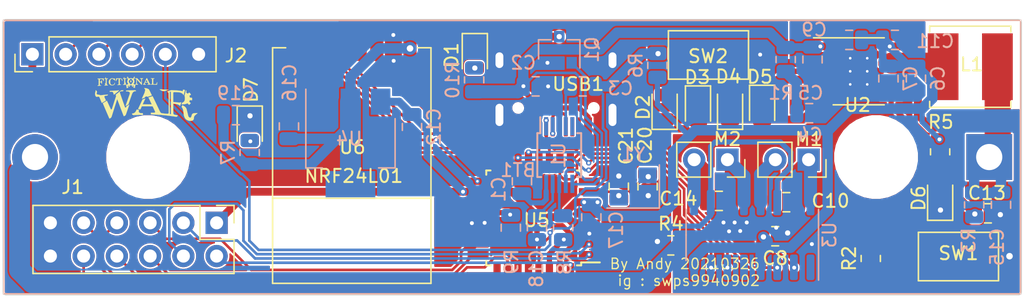
<source format=kicad_pcb>
(kicad_pcb (version 20171130) (host pcbnew "(5.1.9)-1")
  (layers (0 F.Cu signal) (31 B.Cu signal) (34 B.Paste user) (35 F.Paste user) (36 B.SilkS user) (37 F.SilkS user) (38 B.Mask user) (39 F.Mask user) (44 Edge.Cuts user))
  (net 0 "")
  (net 1 "Net-(BT1-Pad1)")
  (net 2 GND)
  (net 3 "Net-(C1-Pad1)")
  (net 4 +5V)
  (net 5 GNDA)
  (net 6 "Net-(C3-Pad2)")
  (net 7 /Reset)
  (net 8 "Net-(C4-Pad2)")
  (net 9 VCC)
  (net 10 /OUTA)
  (net 11 /OUTB)
  (net 12 "Net-(C13-Pad1)")
  (net 13 /OUTC)
  (net 14 /OUTD)
  (net 15 +3V3)
  (net 16 "Net-(C18-Pad2)")
  (net 17 "Net-(C20-Pad2)")
  (net 18 "Net-(C21-Pad2)")
  (net 19 "Net-(D1-Pad1)")
  (net 20 "Net-(D2-Pad2)")
  (net 21 "Net-(D2-Pad1)")
  (net 22 "Net-(D4-Pad2)")
  (net 23 "Net-(D6-Pad2)")
  (net 24 "Net-(D7-Pad2)")
  (net 25 /A5)
  (net 26 /A3)
  (net 27 /A1)
  (net 28 /D4)
  (net 29 /D2)
  (net 30 /A4)
  (net 31 /A2)
  (net 32 /A0)
  (net 33 /D3)
  (net 34 /MOSI)
  (net 35 /MISO)
  (net 36 /SCK)
  (net 37 "Net-(L1-Pad1)")
  (net 38 "Net-(Q1-Pad1)")
  (net 39 "Net-(R2-Pad2)")
  (net 40 "Net-(R2-Pad1)")
  (net 41 "Net-(R8-Pad2)")
  (net 42 /RX)
  (net 43 "Net-(R9-Pad2)")
  (net 44 /TX)
  (net 45 "Net-(U1-Pad5)")
  (net 46 "Net-(U1-Pad2)")
  (net 47 "Net-(U1-Pad1)")
  (net 48 /IND)
  (net 49 /INC)
  (net 50 /INB)
  (net 51 /INA)
  (net 52 "Net-(U3-Pad1)")
  (net 53 "Net-(U5-Pad22)")
  (net 54 "Net-(U5-Pad19)")
  (net 55 /CSN)
  (net 56 /CE)
  (net 57 "Net-(U6-Pad8)")
  (net 58 "Net-(USB1-Pad3)")
  (net 59 "Net-(USB1-Pad10)")
  (net 60 "Net-(USB1-Pad4)")
  (net 61 "Net-(USB1-Pad9)")
  (net 62 "Net-(U3-Pad5)")
  (net 63 "Net-(D1-Pad2)")
  (module LOGO:logo (layer F.Cu) (at 107.75 55)
    (fp_text reference G*** hide)
    (fp_text value LOGO hide)
  )
  (module nrf24l01:NRF24L01-SMD (layer F.Cu) (at 123.5 59.8 180)
    (fp_text reference U6 (at 0 1.1) (layer F.SilkS))
    (fp_text value NRF24L01_Breakout)
    (fp_text user NRF24L01 (at -0.1 -1.1) (layer F.SilkS))
    (pad 8 smd rect (at 4.49 8.7 180) (size 1 2) (layers F.Cu F.Paste F.Mask) (net 57 "Net-(U6-Pad8)"))
    (pad 7 smd rect (at 3.22 8.7 180) (size 1 2) (layers F.Cu F.Paste F.Mask) (net 35 /MISO))
    (pad 6 smd rect (at 1.95 8.7 180) (size 1 2) (layers F.Cu F.Paste F.Mask) (net 34 /MOSI))
    (pad 5 smd rect (at 0.68 8.7 180) (size 1 2) (layers F.Cu F.Paste F.Mask) (net 36 /SCK))
    (pad 4 smd rect (at -0.59 8.7 180) (size 1 2) (layers F.Cu F.Paste F.Mask) (net 55 /CSN))
    (pad 3 smd rect (at -1.86 8.7 180) (size 1 2) (layers F.Cu F.Paste F.Mask) (net 56 /CE))
    (pad 1 smd rect (at -3.13 8.7 180) (size 1 2) (layers F.Cu F.Paste F.Mask) (net 5 GNDA))
    (pad 2 smd rect (at -4.4 8.7 180) (size 1 2) (layers F.Cu F.Paste F.Mask) (net 15 +3V3))
  )
  (module Type-C:HRO-TYPE-C-31-M-12 (layer F.Cu) (at 139.05 49.45 180)
    (fp_text reference USB1 (at -1.7 -4.425) (layer F.SilkS))
    (fp_text value HRO-TYPE-C-31-M-12)
    (pad 12 smd rect (at 3.225 -7.695 180) (size 0.6 1.45) (layers F.Cu F.Paste F.Mask) (net 5 GNDA))
    (pad 1 smd rect (at -3.225 -7.695 180) (size 0.6 1.45) (layers F.Cu F.Paste F.Mask) (net 5 GNDA))
    (pad 11 smd rect (at 2.45 -7.695 180) (size 0.6 1.45) (layers F.Cu F.Paste F.Mask) (net 9 VCC))
    (pad 2 smd rect (at -2.45 -7.695 180) (size 0.6 1.45) (layers F.Cu F.Paste F.Mask) (net 9 VCC))
    (pad 3 smd rect (at -1.75 -7.695 180) (size 0.3 1.45) (layers F.Cu F.Paste F.Mask) (net 58 "Net-(USB1-Pad3)"))
    (pad 10 smd rect (at 1.75 -7.695 180) (size 0.3 1.45) (layers F.Cu F.Paste F.Mask) (net 59 "Net-(USB1-Pad10)"))
    (pad 4 smd rect (at -1.25 -7.695 180) (size 0.3 1.45) (layers F.Cu F.Paste F.Mask) (net 60 "Net-(USB1-Pad4)"))
    (pad 9 smd rect (at 1.25 -7.695 180) (size 0.3 1.45) (layers F.Cu F.Paste F.Mask) (net 61 "Net-(USB1-Pad9)"))
    (pad 5 smd rect (at -0.75 -7.695 180) (size 0.3 1.45) (layers F.Cu F.Paste F.Mask) (net 46 "Net-(U1-Pad2)"))
    (pad 8 smd rect (at 0.75 -7.695 180) (size 0.3 1.45) (layers F.Cu F.Paste F.Mask) (net 47 "Net-(U1-Pad1)"))
    (pad 7 smd rect (at 0.25 -7.695 180) (size 0.3 1.45) (layers F.Cu F.Paste F.Mask) (net 46 "Net-(U1-Pad2)"))
    (pad 6 smd rect (at -0.25 -7.695 180) (size 0.3 1.45) (layers F.Cu F.Paste F.Mask) (net 47 "Net-(U1-Pad1)"))
    (pad "" np_thru_hole circle (at 2.89 -6.25 180) (size 0.65 0.65) (drill 0.65) (layers *.Cu *.Mask))
    (pad "" np_thru_hole circle (at -2.89 -6.25 180) (size 0.65 0.65) (drill 0.65) (layers *.Cu *.Mask))
    (pad 13 thru_hole oval (at -4.32 -6.78 180) (size 1 2.1) (drill oval 0.6 1.7) (layers *.Cu B.Mask) (net 5 GNDA))
    (pad 13 thru_hole oval (at 4.32 -6.78 180) (size 1 2.1) (drill oval 0.6 1.7) (layers *.Cu B.Mask) (net 5 GNDA))
    (pad 13 thru_hole oval (at -4.32 -2.6 180) (size 1 1.6) (drill oval 0.6 1.2) (layers *.Cu B.Mask) (net 5 GNDA))
    (pad 13 thru_hole oval (at 4.32 -2.6 180) (size 1 1.6) (drill oval 0.6 1.2) (layers *.Cu B.Mask) (net 5 GNDA))
  )
  (module Resource:BatteryHolder_MPD_BH-18650-PC2 (layer B.Cu) (at 172.15 59.45 180)
    (fp_text reference BT1 (at 36 -1) (layer B.SilkS) (effects (justify mirror)))
    (fp_text value Battery_Cell)
    (pad "" np_thru_hole circle (at 64.264 0 180) (size 3.2 3.2) (drill 3.2) (layers *.Cu *.Mask) (clearance 1.6))
    (pad "" np_thru_hole circle (at 8.645 0 180) (size 3.2 3.2) (drill 3.2) (layers *.Cu *.Mask) (clearance 1.6))
    (pad 1 thru_hole rect (at 0 0 180) (size 3.5 3.5) (drill 2) (layers *.Cu *.Mask) (net 1 "Net-(BT1-Pad1)"))
    (pad 2 thru_hole circle (at 72.9 0 180) (size 3.5 3.5) (drill 2) (layers *.Cu *.Mask) (net 2 GND))
  )
  (module Connector_PinHeader_2.54mm:PinHeader_2x06_P2.54mm_Vertical (layer F.Cu) (at 113.125 64.475 270)
    (fp_text reference J1 (at -2.725 11 180) (layer F.SilkS))
    (fp_text value Conn_01x12)
    (pad 12 thru_hole oval (at 2.54 12.7 270) (size 1.7 1.7) (drill 1) (layers *.Cu *.Mask) (net 5 GNDA))
    (pad 11 thru_hole oval (at 0 12.7 270) (size 1.7 1.7) (drill 1) (layers *.Cu *.Mask) (net 5 GNDA))
    (pad 10 thru_hole oval (at 2.54 10.16 270) (size 1.7 1.7) (drill 1) (layers *.Cu *.Mask) (net 25 /A5))
    (pad 9 thru_hole oval (at 0 10.16 270) (size 1.7 1.7) (drill 1) (layers *.Cu *.Mask) (net 30 /A4))
    (pad 8 thru_hole oval (at 2.54 7.62 270) (size 1.7 1.7) (drill 1) (layers *.Cu *.Mask) (net 26 /A3))
    (pad 7 thru_hole oval (at 0 7.62 270) (size 1.7 1.7) (drill 1) (layers *.Cu *.Mask) (net 31 /A2))
    (pad 6 thru_hole oval (at 2.54 5.08 270) (size 1.7 1.7) (drill 1) (layers *.Cu *.Mask) (net 27 /A1))
    (pad 5 thru_hole oval (at 0 5.08 270) (size 1.7 1.7) (drill 1) (layers *.Cu *.Mask) (net 32 /A0))
    (pad 4 thru_hole oval (at 2.54 2.54 270) (size 1.7 1.7) (drill 1) (layers *.Cu *.Mask) (net 28 /D4))
    (pad 3 thru_hole oval (at 0 2.54 270) (size 1.7 1.7) (drill 1) (layers *.Cu *.Mask) (net 33 /D3))
    (pad 2 thru_hole oval (at 2.54 0 270) (size 1.7 1.7) (drill 1) (layers *.Cu *.Mask) (net 29 /D2))
    (pad 1 thru_hole rect (at 0 0 270) (size 1.7 1.7) (drill 1) (layers *.Cu *.Mask) (net 4 +5V))
  )
  (module Package_SO:SOIC-8-1EP_3.9x4.9mm_P1.27mm_EP2.29x3mm_ThermalVias (layer F.Cu) (at 162.18 52.9)
    (fp_text reference U2 (at -0.08 2.575) (layer F.SilkS))
    (fp_text value IP5306)
    (pad 9 smd rect (at 0 0) (size 1.8 2.5) (layers B.Cu) (net 2 GND))
    (pad 9 thru_hole circle (at 0.65 1) (size 0.5 0.5) (drill 0.2) (layers *.Cu) (net 2 GND))
    (pad 9 thru_hole circle (at -0.65 1) (size 0.5 0.5) (drill 0.2) (layers *.Cu) (net 2 GND))
    (pad 9 thru_hole circle (at 0.65 0) (size 0.5 0.5) (drill 0.2) (layers *.Cu) (net 2 GND))
    (pad 9 thru_hole circle (at -0.65 0) (size 0.5 0.5) (drill 0.2) (layers *.Cu) (net 2 GND))
    (pad 9 thru_hole circle (at 0.65 -1) (size 0.5 0.5) (drill 0.2) (layers *.Cu) (net 2 GND))
    (pad 9 thru_hole circle (at -0.65 -1) (size 0.5 0.5) (drill 0.2) (layers *.Cu) (net 2 GND))
    (pad 9 smd rect (at 0 0) (size 2.29 3) (layers F.Cu F.Mask) (net 2 GND))
    (pad 8 smd roundrect (at 2.475 -1.905) (size 1.95 0.6) (layers F.Cu F.Paste F.Mask) (net 4 +5V))
    (pad 7 smd roundrect (at 2.475 -0.635) (size 1.95 0.6) (layers F.Cu F.Paste F.Mask) (net 37 "Net-(L1-Pad1)"))
    (pad 6 smd roundrect (at 2.475 0.635) (size 1.95 0.6) (layers F.Cu F.Paste F.Mask) (net 12 "Net-(C13-Pad1)"))
    (pad 5 smd roundrect (at 2.475 1.905) (size 1.95 0.6) (layers F.Cu F.Paste F.Mask) (net 39 "Net-(R2-Pad2)"))
    (pad 4 smd roundrect (at -2.475 1.905) (size 1.95 0.6) (layers F.Cu F.Paste F.Mask) (net 21 "Net-(D2-Pad1)"))
    (pad 3 smd roundrect (at -2.475 0.635) (size 1.95 0.6) (layers F.Cu F.Paste F.Mask) (net 22 "Net-(D4-Pad2)"))
    (pad 2 smd roundrect (at -2.475 -0.635) (size 1.95 0.6) (layers F.Cu F.Paste F.Mask) (net 20 "Net-(D2-Pad2)"))
    (pad 1 smd roundrect (at -2.475 -1.905) (size 1.95 0.6) (layers F.Cu F.Paste F.Mask) (net 9 VCC))
  )
  (module Crystal:Crystal_SMD_3225-4Pin_3.2x2.5mm (layer B.Cu) (at 144.95 61.7 180)
    (fp_text reference Y1 (at 0 2.45) (layer B.SilkS) (effects (justify mirror)))
    (fp_text value Crystal_GND24)
    (pad 4 smd rect (at -1.1 0.85 180) (size 1.4 1.2) (layers B.Cu B.Paste B.Mask) (net 18 "Net-(C21-Pad2)"))
    (pad 3 smd rect (at 1.1 0.85 180) (size 1.4 1.2) (layers B.Cu B.Paste B.Mask) (net 5 GNDA))
    (pad 2 smd rect (at 1.1 -0.85 180) (size 1.4 1.2) (layers B.Cu B.Paste B.Mask) (net 17 "Net-(C20-Pad2)"))
    (pad 1 smd rect (at -1.1 -0.85 180) (size 1.4 1.2) (layers B.Cu B.Paste B.Mask) (net 5 GNDA))
  )
  (module Package_SO:SOIC-16_3.9x9.9mm_P1.27mm (layer B.Cu) (at 154.05 65.4 90)
    (fp_text reference U3 (at 0 5.9 -90) (layer B.SilkS) (effects (justify mirror)))
    (fp_text value FM1208S)
    (pad 16 smd roundrect (at 2.475 4.445 90) (size 1.95 0.6) (layers B.Cu B.Paste B.Mask) (net 10 /OUTA))
    (pad 15 smd roundrect (at 2.475 3.175 90) (size 1.95 0.6) (layers B.Cu B.Paste B.Mask) (net 2 GND))
    (pad 14 smd roundrect (at 2.475 1.905 90) (size 1.95 0.6) (layers B.Cu B.Paste B.Mask) (net 5 GNDA))
    (pad 13 smd roundrect (at 2.475 0.635 90) (size 1.95 0.6) (layers B.Cu B.Paste B.Mask) (net 11 /OUTB))
    (pad 12 smd roundrect (at 2.475 -0.635 90) (size 1.95 0.6) (layers B.Cu B.Paste B.Mask) (net 13 /OUTC))
    (pad 11 smd roundrect (at 2.475 -1.905 90) (size 1.95 0.6) (layers B.Cu B.Paste B.Mask) (net 2 GND))
    (pad 10 smd roundrect (at 2.475 -3.175 90) (size 1.95 0.6) (layers B.Cu B.Paste B.Mask) (net 5 GNDA))
    (pad 9 smd roundrect (at 2.475 -4.445 90) (size 1.95 0.6) (layers B.Cu B.Paste B.Mask) (net 14 /OUTD))
    (pad 8 smd roundrect (at -2.475 -4.445 90) (size 1.95 0.6) (layers B.Cu B.Paste B.Mask) (net 4 +5V))
    (pad 7 smd roundrect (at -2.475 -3.175 90) (size 1.95 0.6) (layers B.Cu B.Paste B.Mask) (net 48 /IND))
    (pad 6 smd roundrect (at -2.475 -1.905 90) (size 1.95 0.6) (layers B.Cu B.Paste B.Mask) (net 49 /INC))
    (pad 5 smd roundrect (at -2.475 -0.635 90) (size 1.95 0.6) (layers B.Cu B.Paste B.Mask) (net 62 "Net-(U3-Pad5)"))
    (pad 4 smd roundrect (at -2.475 0.635 90) (size 1.95 0.6) (layers B.Cu B.Paste B.Mask) (net 4 +5V))
    (pad 3 smd roundrect (at -2.475 1.905 90) (size 1.95 0.6) (layers B.Cu B.Paste B.Mask) (net 50 /INB))
    (pad 2 smd roundrect (at -2.475 3.175 90) (size 1.95 0.6) (layers B.Cu B.Paste B.Mask) (net 51 /INA))
    (pad 1 smd roundrect (at -2.475 4.445 90) (size 1.95 0.6) (layers B.Cu B.Paste B.Mask) (net 52 "Net-(U3-Pad1)"))
  )
  (module Button_Switch_SMD:SW_SPST_CK_RS282G05A3 (layer F.Cu) (at 150.7 51.65)
    (fp_text reference SW2 (at -0.025 0.1) (layer F.SilkS))
    (fp_text value SW_Push)
    (pad 2 smd rect (at 3.9 0) (size 1.5 1.5) (layers F.Cu F.Paste F.Mask) (net 5 GNDA))
    (pad 1 smd rect (at -3.9 0) (size 1.5 1.5) (layers F.Cu F.Paste F.Mask) (net 7 /Reset))
  )
  (module Button_Switch_SMD:SW_SPST_CK_RS282G05A3 (layer F.Cu) (at 169.8 67.05)
    (fp_text reference SW1 (at 0 -0.25) (layer F.SilkS))
    (fp_text value SW_Push)
    (pad 2 smd rect (at 3.9 0) (size 1.5 1.5) (layers F.Cu F.Paste F.Mask) (net 2 GND))
    (pad 1 smd rect (at -3.9 0) (size 1.5 1.5) (layers F.Cu F.Paste F.Mask) (net 40 "Net-(R2-Pad1)"))
  )
  (module Resistor_SMD:R_0805_2012Metric (layer B.Cu) (at 132.8 53.55 270)
    (fp_text reference R10 (at 0 1.65 90) (layer B.SilkS) (effects (justify mirror)))
    (fp_text value 1k)
    (pad 2 smd roundrect (at 0.9125 0 270) (size 1.025 1.4) (layers B.Cu B.Paste B.Mask) (roundrect_rratio 0.2439014634146341) (net 9 VCC))
    (pad 1 smd roundrect (at -0.9125 0 270) (size 1.025 1.4) (layers B.Cu B.Paste B.Mask) (roundrect_rratio 0.2439014634146341) (net 63 "Net-(D1-Pad2)"))
  )
  (module Package_QFP:TQFP-32_7x7mm_P0.8mm (layer F.Cu) (at 137.35 64.1 180)
    (fp_text reference U5 (at -0.225 -0.175) (layer F.SilkS))
    (fp_text value ATmega328P-AU)
    (pad 32 smd rect (at -2.8 -4.25 270) (size 1.6 0.55) (layers F.Cu F.Paste F.Mask) (net 29 /D2))
    (pad 31 smd rect (at -2 -4.25 270) (size 1.6 0.55) (layers F.Cu F.Paste F.Mask) (net 43 "Net-(R9-Pad2)"))
    (pad 30 smd rect (at -1.2 -4.25 270) (size 1.6 0.55) (layers F.Cu F.Paste F.Mask) (net 41 "Net-(R8-Pad2)"))
    (pad 29 smd rect (at -0.4 -4.25 270) (size 1.6 0.55) (layers F.Cu F.Paste F.Mask) (net 7 /Reset))
    (pad 28 smd rect (at 0.4 -4.25 270) (size 1.6 0.55) (layers F.Cu F.Paste F.Mask) (net 25 /A5))
    (pad 27 smd rect (at 1.2 -4.25 270) (size 1.6 0.55) (layers F.Cu F.Paste F.Mask) (net 30 /A4))
    (pad 26 smd rect (at 2 -4.25 270) (size 1.6 0.55) (layers F.Cu F.Paste F.Mask) (net 26 /A3))
    (pad 25 smd rect (at 2.8 -4.25 270) (size 1.6 0.55) (layers F.Cu F.Paste F.Mask) (net 31 /A2))
    (pad 24 smd rect (at 4.25 -2.8 180) (size 1.6 0.55) (layers F.Cu F.Paste F.Mask) (net 27 /A1))
    (pad 23 smd rect (at 4.25 -2 180) (size 1.6 0.55) (layers F.Cu F.Paste F.Mask) (net 32 /A0))
    (pad 22 smd rect (at 4.25 -1.2 180) (size 1.6 0.55) (layers F.Cu F.Paste F.Mask) (net 53 "Net-(U5-Pad22)"))
    (pad 21 smd rect (at 4.25 -0.4 180) (size 1.6 0.55) (layers F.Cu F.Paste F.Mask) (net 5 GNDA))
    (pad 20 smd rect (at 4.25 0.4 180) (size 1.6 0.55) (layers F.Cu F.Paste F.Mask) (net 16 "Net-(C18-Pad2)"))
    (pad 19 smd rect (at 4.25 1.2 180) (size 1.6 0.55) (layers F.Cu F.Paste F.Mask) (net 54 "Net-(U5-Pad19)"))
    (pad 18 smd rect (at 4.25 2 180) (size 1.6 0.55) (layers F.Cu F.Paste F.Mask) (net 4 +5V))
    (pad 17 smd rect (at 4.25 2.8 180) (size 1.6 0.55) (layers F.Cu F.Paste F.Mask) (net 36 /SCK))
    (pad 16 smd rect (at 2.8 4.25 270) (size 1.6 0.55) (layers F.Cu F.Paste F.Mask) (net 35 /MISO))
    (pad 15 smd rect (at 2 4.25 270) (size 1.6 0.55) (layers F.Cu F.Paste F.Mask) (net 34 /MOSI))
    (pad 14 smd rect (at 1.2 4.25 270) (size 1.6 0.55) (layers F.Cu F.Paste F.Mask) (net 48 /IND))
    (pad 13 smd rect (at 0.4 4.25 270) (size 1.6 0.55) (layers F.Cu F.Paste F.Mask) (net 49 /INC))
    (pad 12 smd rect (at -0.4 4.25 270) (size 1.6 0.55) (layers F.Cu F.Paste F.Mask) (net 55 /CSN))
    (pad 11 smd rect (at -1.2 4.25 270) (size 1.6 0.55) (layers F.Cu F.Paste F.Mask) (net 56 /CE))
    (pad 10 smd rect (at -2 4.25 270) (size 1.6 0.55) (layers F.Cu F.Paste F.Mask) (net 50 /INB))
    (pad 9 smd rect (at -2.8 4.25 270) (size 1.6 0.55) (layers F.Cu F.Paste F.Mask) (net 51 /INA))
    (pad 8 smd rect (at -4.25 2.8 180) (size 1.6 0.55) (layers F.Cu F.Paste F.Mask) (net 18 "Net-(C21-Pad2)"))
    (pad 7 smd rect (at -4.25 2 180) (size 1.6 0.55) (layers F.Cu F.Paste F.Mask) (net 17 "Net-(C20-Pad2)"))
    (pad 6 smd rect (at -4.25 1.2 180) (size 1.6 0.55) (layers F.Cu F.Paste F.Mask) (net 4 +5V))
    (pad 5 smd rect (at -4.25 0.4 180) (size 1.6 0.55) (layers F.Cu F.Paste F.Mask) (net 5 GNDA))
    (pad 4 smd rect (at -4.25 -0.4 180) (size 1.6 0.55) (layers F.Cu F.Paste F.Mask) (net 4 +5V))
    (pad 3 smd rect (at -4.25 -1.2 180) (size 1.6 0.55) (layers F.Cu F.Paste F.Mask) (net 5 GNDA))
    (pad 2 smd rect (at -4.25 -2 180) (size 1.6 0.55) (layers F.Cu F.Paste F.Mask) (net 28 /D4))
    (pad 1 smd rect (at -4.25 -2.8 180) (size 1.6 0.55) (layers F.Cu F.Paste F.Mask) (net 33 /D3))
  )
  (module Package_TO_SOT_SMD:SOT-223-3_TabPin2 (layer B.Cu) (at 123.35 58.37 270)
    (fp_text reference U4 (at -0.32 0.1) (layer B.SilkS) (effects (justify mirror)))
    (fp_text value AMS1117-3.3)
    (pad 1 smd rect (at -3.15 2.3 270) (size 2 1.5) (layers B.Cu B.Paste B.Mask) (net 5 GNDA))
    (pad 3 smd rect (at -3.15 -2.3 270) (size 2 1.5) (layers B.Cu B.Paste B.Mask) (net 4 +5V))
    (pad 2 smd rect (at -3.15 0 270) (size 2 1.5) (layers B.Cu B.Paste B.Mask) (net 15 +3V3))
    (pad 2 smd rect (at 3.15 0 270) (size 2 3.8) (layers B.Cu B.Paste B.Mask) (net 15 +3V3))
  )
  (module Package_SO:MSOP-10_3x3mm_P0.5mm (layer B.Cu) (at 139.3 59.3 270)
    (fp_text reference U1 (at 0.025 0.05 270) (layer B.SilkS) (effects (justify mirror)))
    (fp_text value CH340E)
    (pad 10 smd rect (at 2.2 1 270) (size 1.4 0.3) (layers B.Cu B.Paste B.Mask) (net 3 "Net-(C1-Pad1)"))
    (pad 9 smd rect (at 2.2 0.5 270) (size 1.4 0.3) (layers B.Cu B.Paste B.Mask) (net 44 /TX))
    (pad 8 smd rect (at 2.2 0 270) (size 1.4 0.3) (layers B.Cu B.Paste B.Mask) (net 42 /RX))
    (pad 7 smd rect (at 2.2 -0.5 270) (size 1.4 0.3) (layers B.Cu B.Paste B.Mask) (net 9 VCC))
    (pad 6 smd rect (at 2.2 -1 270) (size 1.4 0.3) (layers B.Cu B.Paste B.Mask) (net 38 "Net-(Q1-Pad1)"))
    (pad 5 smd rect (at -2.2 -1 270) (size 1.4 0.3) (layers B.Cu B.Paste B.Mask) (net 45 "Net-(U1-Pad5)"))
    (pad 4 smd rect (at -2.2 -0.5 270) (size 1.4 0.3) (layers B.Cu B.Paste B.Mask) (net 6 "Net-(C3-Pad2)"))
    (pad 3 smd rect (at -2.2 0 270) (size 1.4 0.3) (layers B.Cu B.Paste B.Mask) (net 5 GNDA))
    (pad 2 smd rect (at -2.2 0.5 270) (size 1.4 0.3) (layers B.Cu B.Paste B.Mask) (net 46 "Net-(U1-Pad2)"))
    (pad 1 smd rect (at -2.2 1 270) (size 1.4 0.3) (layers B.Cu B.Paste B.Mask) (net 47 "Net-(U1-Pad1)"))
  )
  (module Resistor_SMD:R_0805_2012Metric (layer B.Cu) (at 137.6 64.85 270)
    (fp_text reference R9 (at 2.6 1.95 270) (layer B.SilkS) (effects (justify mirror)))
    (fp_text value 1k)
    (pad 2 smd roundrect (at 0.9125 0 270) (size 1.025 1.4) (layers B.Cu B.Paste B.Mask) (roundrect_rratio 0.2439014634146341) (net 43 "Net-(R9-Pad2)"))
    (pad 1 smd roundrect (at -0.9125 0 270) (size 1.025 1.4) (layers B.Cu B.Paste B.Mask) (roundrect_rratio 0.2439014634146341) (net 44 /TX))
  )
  (module Resistor_SMD:R_0805_2012Metric (layer B.Cu) (at 139.6 64.85 270)
    (fp_text reference R8 (at 2.625 -0.1 270) (layer B.SilkS) (effects (justify mirror)))
    (fp_text value 1k)
    (pad 2 smd roundrect (at 0.9125 0 270) (size 1.025 1.4) (layers B.Cu B.Paste B.Mask) (roundrect_rratio 0.2439014634146341) (net 41 "Net-(R8-Pad2)"))
    (pad 1 smd roundrect (at -0.9125 0 270) (size 1.025 1.4) (layers B.Cu B.Paste B.Mask) (roundrect_rratio 0.2439014634146341) (net 42 /RX))
  )
  (module Resistor_SMD:R_0805_2012Metric (layer B.Cu) (at 115.65 59.1 270)
    (fp_text reference R7 (at 0 1.65 90) (layer B.SilkS) (effects (justify mirror)))
    (fp_text value 500)
    (pad 2 smd roundrect (at 0.9125 0 270) (size 1.025 1.4) (layers B.Cu B.Paste B.Mask) (roundrect_rratio 0.2439014634146341) (net 15 +3V3))
    (pad 1 smd roundrect (at -0.9125 0 270) (size 1.025 1.4) (layers B.Cu B.Paste B.Mask) (roundrect_rratio 0.2439014634146341) (net 24 "Net-(D7-Pad2)"))
  )
  (module Resistor_SMD:R_0805_2012Metric (layer B.Cu) (at 146.8 52.45 270)
    (fp_text reference R6 (at 0 1.65 90) (layer B.SilkS) (effects (justify mirror)))
    (fp_text value 10k)
    (pad 2 smd roundrect (at 0.9125 0 270) (size 1.025 1.4) (layers B.Cu B.Paste B.Mask) (roundrect_rratio 0.2439014634146341) (net 4 +5V))
    (pad 1 smd roundrect (at -0.9125 0 270) (size 1.025 1.4) (layers B.Cu B.Paste B.Mask) (roundrect_rratio 0.2439014634146341) (net 7 /Reset))
  )
  (module Resistor_SMD:R_0805_2012Metric (layer F.Cu) (at 168.4 59.05 90)
    (fp_text reference R5 (at 2.275 0.05 180) (layer F.SilkS))
    (fp_text value 1k)
    (pad 2 smd roundrect (at 0.9125 0 90) (size 1.025 1.4) (layers F.Cu F.Paste F.Mask) (roundrect_rratio 0.2439014634146341) (net 4 +5V))
    (pad 1 smd roundrect (at -0.9125 0 90) (size 1.025 1.4) (layers F.Cu F.Paste F.Mask) (roundrect_rratio 0.2439014634146341) (net 23 "Net-(D6-Pad2)"))
  )
  (module Resistor_SMD:R_0805_2012Metric (layer F.Cu) (at 147.825 66.2)
    (fp_text reference R4 (at 0 -1.65) (layer F.SilkS))
    (fp_text value 0)
    (pad 2 smd roundrect (at 0.9125 0) (size 1.025 1.4) (layers F.Cu F.Paste F.Mask) (roundrect_rratio 0.2439014634146341) (net 2 GND))
    (pad 1 smd roundrect (at -0.9125 0) (size 1.025 1.4) (layers F.Cu F.Paste F.Mask) (roundrect_rratio 0.2439014634146341) (net 5 GNDA))
  )
  (module Resistor_SMD:R_0805_2012Metric (layer B.Cu) (at 171 63.1 90)
    (fp_text reference R3 (at -2.725 -0.425 -90) (layer B.SilkS) (effects (justify mirror)))
    (fp_text value 0.5)
    (pad 2 smd roundrect (at 0.9125 0 90) (size 1.025 1.4) (layers B.Cu B.Paste B.Mask) (roundrect_rratio 0.2439014634146341) (net 1 "Net-(BT1-Pad1)"))
    (pad 1 smd roundrect (at -0.9125 0 90) (size 1.025 1.4) (layers B.Cu B.Paste B.Mask) (roundrect_rratio 0.2439014634146341) (net 12 "Net-(C13-Pad1)"))
  )
  (module Resistor_SMD:R_0805_2012Metric (layer F.Cu) (at 163.1 67.2 90)
    (fp_text reference R2 (at 0 -1.65 90) (layer F.SilkS))
    (fp_text value 10k)
    (pad 2 smd roundrect (at 0.9125 0 90) (size 1.025 1.4) (layers F.Cu F.Paste F.Mask) (roundrect_rratio 0.2439014634146341) (net 39 "Net-(R2-Pad2)"))
    (pad 1 smd roundrect (at -0.9125 0 90) (size 1.025 1.4) (layers F.Cu F.Paste F.Mask) (roundrect_rratio 0.2439014634146341) (net 40 "Net-(R2-Pad1)"))
  )
  (module Resistor_SMD:R_0805_2012Metric (layer B.Cu) (at 156.6 52 90)
    (fp_text reference R1 (at -2.55 -0.35) (layer B.SilkS) (effects (justify mirror)))
    (fp_text value 2)
    (pad 2 smd roundrect (at 0.9125 0 90) (size 1.025 1.4) (layers B.Cu B.Paste B.Mask) (roundrect_rratio 0.2439014634146341) (net 9 VCC))
    (pad 1 smd roundrect (at -0.9125 0 90) (size 1.025 1.4) (layers B.Cu B.Paste B.Mask) (roundrect_rratio 0.2439014634146341) (net 8 "Net-(C4-Pad2)"))
  )
  (module Package_TO_SOT_SMD:SOT-23 (layer B.Cu) (at 139.3 51.25 90)
    (fp_text reference Q1 (at 0 2.5 90) (layer B.SilkS) (effects (justify mirror)))
    (fp_text value 2N7002)
    (pad 3 smd rect (at 1 0 90) (size 0.9 0.8) (layers B.Cu B.Paste B.Mask) (net 19 "Net-(D1-Pad1)"))
    (pad 2 smd rect (at -1 -0.95 90) (size 0.9 0.8) (layers B.Cu B.Paste B.Mask) (net 5 GNDA))
    (pad 1 smd rect (at -1 0.95 90) (size 0.9 0.8) (layers B.Cu B.Paste B.Mask) (net 38 "Net-(Q1-Pad1)"))
  )
  (module Connector_PinSocket_2.54mm:PinSocket_1x02_P2.54mm_Vertical (layer F.Cu) (at 152.15 59.65 270)
    (fp_text reference M2 (at -1.575 0) (layer F.SilkS))
    (fp_text value Motor_DC)
    (pad 2 thru_hole oval (at 0 2.54 270) (size 1.7 1.7) (drill 1) (layers *.Cu *.Mask) (net 14 /OUTD))
    (pad 1 thru_hole rect (at 0 0 270) (size 1.7 1.7) (drill 1) (layers *.Cu *.Mask) (net 13 /OUTC))
  )
  (module Connector_PinSocket_2.54mm:PinSocket_1x02_P2.54mm_Vertical (layer F.Cu) (at 158.35 59.65 270)
    (fp_text reference M1 (at -1.575 -0.025 180) (layer F.SilkS))
    (fp_text value Motor_DC)
    (pad 2 thru_hole oval (at 0 2.54 270) (size 1.7 1.7) (drill 1) (layers *.Cu *.Mask) (net 11 /OUTB))
    (pad 1 thru_hole rect (at 0 0 270) (size 1.7 1.7) (drill 1) (layers *.Cu *.Mask) (net 10 /OUTA))
  )
  (module Inductor_SMD:L_Bourns_SRN6045TA (layer F.Cu) (at 170.7 52.55)
    (fp_text reference L1 (at 0.1 -0.175) (layer F.SilkS))
    (fp_text value L_Small)
    (pad 2 smd rect (at 2.075 0) (size 2.35 5.1) (layers F.Cu F.Paste F.Mask) (net 1 "Net-(BT1-Pad1)"))
    (pad 1 smd rect (at -2.075 0) (size 2.35 5.1) (layers F.Cu F.Paste F.Mask) (net 37 "Net-(L1-Pad1)"))
  )
  (module Connector_PinHeader_2.54mm:PinHeader_1x06_P2.54mm_Vertical (layer F.Cu) (at 99.05 51.6 90)
    (fp_text reference J2 (at -0.1 15.55 180) (layer F.SilkS))
    (fp_text value Conn_01x06)
    (pad 6 thru_hole oval (at 0 12.7 90) (size 1.7 1.7) (drill 1) (layers *.Cu *.Mask) (net 5 GNDA))
    (pad 5 thru_hole oval (at 0 10.16 90) (size 1.7 1.7) (drill 1) (layers *.Cu *.Mask) (net 7 /Reset))
    (pad 4 thru_hole oval (at 0 7.62 90) (size 1.7 1.7) (drill 1) (layers *.Cu *.Mask) (net 35 /MISO))
    (pad 3 thru_hole oval (at 0 5.08 90) (size 1.7 1.7) (drill 1) (layers *.Cu *.Mask) (net 34 /MOSI))
    (pad 2 thru_hole oval (at 0 2.54 90) (size 1.7 1.7) (drill 1) (layers *.Cu *.Mask) (net 36 /SCK))
    (pad 1 thru_hole rect (at 0 0 90) (size 1.7 1.7) (drill 1) (layers *.Cu *.Mask) (net 4 +5V))
  )
  (module LED_SMD:LED_0805_2012Metric (layer F.Cu) (at 115.655 57.24 270)
    (fp_text reference D7 (at -2.915 -0.095 90) (layer F.SilkS))
    (fp_text value LED)
    (pad 2 smd roundrect (at 0.9375 0 270) (size 0.975 1.4) (layers F.Cu F.Paste F.Mask) (net 24 "Net-(D7-Pad2)"))
    (pad 1 smd roundrect (at -0.9375 0 270) (size 0.975 1.4) (layers F.Cu F.Paste F.Mask) (net 5 GNDA))
  )
  (module LED_SMD:LED_0805_2012Metric (layer F.Cu) (at 168.4 62.6 90)
    (fp_text reference D6 (at 0 -1.65 90) (layer F.SilkS))
    (fp_text value LED)
    (pad 2 smd roundrect (at 0.9375 0 90) (size 0.975 1.4) (layers F.Cu F.Paste F.Mask) (net 23 "Net-(D6-Pad2)"))
    (pad 1 smd roundrect (at -0.9375 0 90) (size 0.975 1.4) (layers F.Cu F.Paste F.Mask) (net 2 GND))
  )
  (module LED_SMD:LED_0805_2012Metric (layer F.Cu) (at 154.8 55.65 270)
    (fp_text reference D5 (at -2.325 0.175 180) (layer F.SilkS))
    (fp_text value LED)
    (pad 2 smd roundrect (at 0.9375 0 270) (size 0.975 1.4) (layers F.Cu F.Paste F.Mask) (net 21 "Net-(D2-Pad1)"))
    (pad 1 smd roundrect (at -0.9375 0 270) (size 0.975 1.4) (layers F.Cu F.Paste F.Mask) (net 22 "Net-(D4-Pad2)"))
  )
  (module LED_SMD:LED_0805_2012Metric (layer F.Cu) (at 152.35 55.65 90)
    (fp_text reference D4 (at 2.35 -0.125 180) (layer F.SilkS))
    (fp_text value LED)
    (pad 2 smd roundrect (at 0.9375 0 90) (size 0.975 1.4) (layers F.Cu F.Paste F.Mask) (net 22 "Net-(D4-Pad2)"))
    (pad 1 smd roundrect (at -0.9375 0 90) (size 0.975 1.4) (layers F.Cu F.Paste F.Mask) (net 21 "Net-(D2-Pad1)"))
  )
  (module LED_SMD:LED_0805_2012Metric (layer F.Cu) (at 149.9 55.7 270)
    (fp_text reference D3 (at -2.35 0.05 180) (layer F.SilkS))
    (fp_text value LED)
    (pad 2 smd roundrect (at 0.9375 0 270) (size 0.975 1.4) (layers F.Cu F.Paste F.Mask) (net 21 "Net-(D2-Pad1)"))
    (pad 1 smd roundrect (at -0.9375 0 270) (size 0.975 1.4) (layers F.Cu F.Paste F.Mask) (net 20 "Net-(D2-Pad2)"))
  )
  (module LED_SMD:LED_0805_2012Metric (layer F.Cu) (at 147.35 55.65 90)
    (fp_text reference D2 (at 0 -1.65 90) (layer F.SilkS))
    (fp_text value LED)
    (pad 2 smd roundrect (at 0.9375 0 90) (size 0.975 1.4) (layers F.Cu F.Paste F.Mask) (net 20 "Net-(D2-Pad2)"))
    (pad 1 smd roundrect (at -0.9375 0 90) (size 0.975 1.4) (layers F.Cu F.Paste F.Mask) (net 21 "Net-(D2-Pad1)"))
  )
  (module LED_SMD:LED_0805_2012Metric (layer F.Cu) (at 132.85 51.7 270)
    (fp_text reference D1 (at -0.025 1.775 90) (layer F.SilkS))
    (fp_text value LED)
    (pad 2 smd roundrect (at 0.9375 0 270) (size 0.975 1.4) (layers F.Cu F.Paste F.Mask) (net 63 "Net-(D1-Pad2)"))
    (pad 1 smd roundrect (at -0.9375 0 270) (size 0.975 1.4) (layers F.Cu F.Paste F.Mask) (net 19 "Net-(D1-Pad1)"))
  )
  (module Capacitor_SMD:C_0805_2012Metric (layer F.Cu) (at 146.05 61.7 90)
    (fp_text reference C21 (at 3.1 -1.65 90) (layer F.SilkS))
    (fp_text value 22p)
    (pad 2 smd roundrect (at 0.95 0 90) (size 1 1.45) (layers F.Cu F.Paste F.Mask) (net 18 "Net-(C21-Pad2)"))
    (pad 1 smd roundrect (at -0.95 0 90) (size 1 1.45) (layers F.Cu F.Paste F.Mask) (net 5 GNDA))
  )
  (module Capacitor_SMD:C_0805_2012Metric (layer F.Cu) (at 143.85 61.7 270)
    (fp_text reference C20 (at -3.15 -2 90) (layer F.SilkS))
    (fp_text value 22p)
    (pad 2 smd roundrect (at 0.95 0 270) (size 1 1.45) (layers F.Cu F.Paste F.Mask) (net 17 "Net-(C20-Pad2)"))
    (pad 1 smd roundrect (at -0.95 0 270) (size 1 1.45) (layers F.Cu F.Paste F.Mask) (net 5 GNDA))
  )
  (module Capacitor_SMD:C_0805_2012Metric (layer B.Cu) (at 114.6 56.25 180)
    (fp_text reference C19 (at 0 1.68) (layer B.SilkS) (effects (justify mirror)))
    (fp_text value 1u)
    (pad 2 smd roundrect (at 0.95 0 180) (size 1 1.45) (layers B.Cu B.Paste B.Mask) (net 15 +3V3))
    (pad 1 smd roundrect (at -0.95 0 180) (size 1 1.45) (layers B.Cu B.Paste B.Mask) (net 5 GNDA))
  )
  (module Capacitor_SMD:C_0805_2012Metric (layer B.Cu) (at 135.6 64.85 90)
    (fp_text reference C18 (at -3.125 1.95 270) (layer B.SilkS) (effects (justify mirror)))
    (fp_text value 0.1u)
    (pad 2 smd roundrect (at 0.95 0 90) (size 1 1.45) (layers B.Cu B.Paste B.Mask) (net 16 "Net-(C18-Pad2)"))
    (pad 1 smd roundrect (at -0.95 0 90) (size 1 1.45) (layers B.Cu B.Paste B.Mask) (net 5 GNDA))
  )
  (module Capacitor_SMD:C_0805_2012Metric (layer B.Cu) (at 141.75 64.05 90)
    (fp_text reference C17 (at -0.975 1.9 90) (layer B.SilkS) (effects (justify mirror)))
    (fp_text value 10u)
    (pad 2 smd roundrect (at 0.95 0 90) (size 1 1.45) (layers B.Cu B.Paste B.Mask) (net 4 +5V))
    (pad 1 smd roundrect (at -0.95 0 90) (size 1 1.45) (layers B.Cu B.Paste B.Mask) (net 5 GNDA))
  )
  (module Capacitor_SMD:C_0805_2012Metric (layer B.Cu) (at 118.65 57.1 270)
    (fp_text reference C16 (at -3.325 -0.05 90) (layer B.SilkS) (effects (justify mirror)))
    (fp_text value 1u)
    (pad 2 smd roundrect (at 0.95 0 270) (size 1 1.45) (layers B.Cu B.Paste B.Mask) (net 15 +3V3))
    (pad 1 smd roundrect (at -0.95 0 270) (size 1 1.45) (layers B.Cu B.Paste B.Mask) (net 5 GNDA))
  )
  (module Capacitor_SMD:C_0805_2012Metric (layer B.Cu) (at 173.05 63.1 270)
    (fp_text reference C15 (at 3.225 0.3 270) (layer B.SilkS) (effects (justify mirror)))
    (fp_text value 22u)
    (pad 2 smd roundrect (at 0.95 0 270) (size 1 1.45) (layers B.Cu B.Paste B.Mask) (net 2 GND))
    (pad 1 smd roundrect (at -0.95 0 270) (size 1 1.45) (layers B.Cu B.Paste B.Mask) (net 1 "Net-(BT1-Pad1)"))
  )
  (module Capacitor_SMD:C_0805_2012Metric (layer F.Cu) (at 151.5 62.8)
    (fp_text reference C14 (at -3.1 -0.175) (layer F.SilkS))
    (fp_text value 1u)
    (pad 2 smd roundrect (at 0.95 0) (size 1 1.45) (layers F.Cu F.Paste F.Mask) (net 13 /OUTC))
    (pad 1 smd roundrect (at -0.95 0) (size 1 1.45) (layers F.Cu F.Paste F.Mask) (net 14 /OUTD))
  )
  (module Capacitor_SMD:C_0805_2012Metric (layer F.Cu) (at 172.05 63.75)
    (fp_text reference C13 (at -0.075 -1.55) (layer F.SilkS))
    (fp_text value 22u)
    (pad 2 smd roundrect (at 0.95 0) (size 1 1.45) (layers F.Cu F.Paste F.Mask) (net 2 GND))
    (pad 1 smd roundrect (at -0.95 0) (size 1 1.45) (layers F.Cu F.Paste F.Mask) (net 12 "Net-(C13-Pad1)"))
  )
  (module Capacitor_SMD:C_0805_2012Metric (layer B.Cu) (at 128.05 57.15 90)
    (fp_text reference C12 (at 0 1.68 90) (layer B.SilkS) (effects (justify mirror)))
    (fp_text value 1u)
    (pad 2 smd roundrect (at 0.95 0 90) (size 1 1.45) (layers B.Cu B.Paste B.Mask) (net 4 +5V))
    (pad 1 smd roundrect (at -0.95 0 90) (size 1 1.45) (layers B.Cu B.Paste B.Mask) (net 5 GNDA))
  )
  (module Capacitor_SMD:C_0805_2012Metric (layer B.Cu) (at 164.95 50.5 180)
    (fp_text reference C11 (at -3.075 -0.1) (layer B.SilkS) (effects (justify mirror)))
    (fp_text value 22u)
    (pad 2 smd roundrect (at 0.95 0 180) (size 1 1.45) (layers B.Cu B.Paste B.Mask) (net 4 +5V))
    (pad 1 smd roundrect (at -0.95 0 180) (size 1 1.45) (layers B.Cu B.Paste B.Mask) (net 2 GND))
  )
  (module Capacitor_SMD:C_0805_2012Metric (layer F.Cu) (at 156.65 62.9)
    (fp_text reference C10 (at 3.375 -0.1) (layer F.SilkS))
    (fp_text value 1u)
    (pad 2 smd roundrect (at 0.95 0) (size 1 1.45) (layers F.Cu F.Paste F.Mask) (net 10 /OUTA))
    (pad 1 smd roundrect (at -0.95 0) (size 1 1.45) (layers F.Cu F.Paste F.Mask) (net 11 /OUTB))
  )
  (module Capacitor_SMD:C_0805_2012Metric (layer B.Cu) (at 161.45 50.5)
    (fp_text reference C9 (at -2.675 -0.775) (layer B.SilkS) (effects (justify mirror)))
    (fp_text value 22u)
    (pad 2 smd roundrect (at 0.95 0) (size 1 1.45) (layers B.Cu B.Paste B.Mask) (net 4 +5V))
    (pad 1 smd roundrect (at -0.95 0) (size 1 1.45) (layers B.Cu B.Paste B.Mask) (net 2 GND))
  )
  (module Capacitor_SMD:C_0805_2012Metric (layer F.Cu) (at 155.8 65.5 180)
    (fp_text reference C8 (at 0 -1.68 180) (layer F.SilkS))
    (fp_text value 1u)
    (pad 2 smd roundrect (at 0.95 0 180) (size 1 1.45) (layers F.Cu F.Paste F.Mask) (net 4 +5V))
    (pad 1 smd roundrect (at -0.95 0 180) (size 1 1.45) (layers F.Cu F.Paste F.Mask) (net 2 GND))
  )
  (module Capacitor_SMD:C_0805_2012Metric (layer B.Cu) (at 164.45 53.45 90)
    (fp_text reference C7 (at 0 1.68 90) (layer B.SilkS) (effects (justify mirror)))
    (fp_text value 22u)
    (pad 2 smd roundrect (at 0.95 0 90) (size 1 1.45) (layers B.Cu B.Paste B.Mask) (net 4 +5V))
    (pad 1 smd roundrect (at -0.95 0 90) (size 1 1.45) (layers B.Cu B.Paste B.Mask) (net 2 GND))
  )
  (module Capacitor_SMD:C_0805_2012Metric (layer B.Cu) (at 166.55 53.45 90)
    (fp_text reference C6 (at 0 1.68 90) (layer B.SilkS) (effects (justify mirror)))
    (fp_text value 22u)
    (pad 2 smd roundrect (at 0.95 0 90) (size 1 1.45) (layers B.Cu B.Paste B.Mask) (net 4 +5V))
    (pad 1 smd roundrect (at -0.95 0 90) (size 1 1.45) (layers B.Cu B.Paste B.Mask) (net 2 GND))
  )
  (module Capacitor_SMD:C_0805_2012Metric (layer B.Cu) (at 158.65 52 90)
    (fp_text reference C5 (at -2.55 -0.15 180) (layer B.SilkS) (effects (justify mirror)))
    (fp_text value 10u)
    (pad 2 smd roundrect (at 0.95 0 90) (size 1 1.45) (layers B.Cu B.Paste B.Mask) (net 9 VCC))
    (pad 1 smd roundrect (at -0.95 0 90) (size 1 1.45) (layers B.Cu B.Paste B.Mask) (net 2 GND))
  )
  (module Capacitor_SMD:C_0805_2012Metric (layer B.Cu) (at 158.4 56.1 180)
    (fp_text reference C4 (at -0.05 -1.65) (layer B.SilkS) (effects (justify mirror)))
    (fp_text value 10u)
    (pad 2 smd roundrect (at 0.95 0 180) (size 1 1.45) (layers B.Cu B.Paste B.Mask) (net 8 "Net-(C4-Pad2)"))
    (pad 1 smd roundrect (at -0.95 0 180) (size 1 1.45) (layers B.Cu B.Paste B.Mask) (net 2 GND))
  )
  (module Capacitor_SMD:C_0805_2012Metric (layer B.Cu) (at 141.1 54.05 180)
    (fp_text reference C3 (at -2.875 -0.15) (layer B.SilkS) (effects (justify mirror)))
    (fp_text value 0.1u)
    (pad 2 smd roundrect (at 0.95 0 180) (size 1 1.45) (layers B.Cu B.Paste B.Mask) (net 6 "Net-(C3-Pad2)"))
    (pad 1 smd roundrect (at -0.95 0 180) (size 1 1.45) (layers B.Cu B.Paste B.Mask) (net 7 /Reset))
  )
  (module Capacitor_SMD:C_0805_2012Metric (layer B.Cu) (at 137.5 54.05 180)
    (fp_text reference C2 (at 0.95 1.8) (layer B.SilkS) (effects (justify mirror)))
    (fp_text value 10u)
    (pad 2 smd roundrect (at 0.95 0 180) (size 1 1.45) (layers B.Cu B.Paste B.Mask) (net 9 VCC))
    (pad 1 smd roundrect (at -0.95 0 180) (size 1 1.45) (layers B.Cu B.Paste B.Mask) (net 5 GNDA))
  )
  (module Capacitor_SMD:C_0805_2012Metric (layer B.Cu) (at 136.45 61.3 90)
    (fp_text reference C1 (at -0.625 -1.775 270) (layer B.SilkS) (effects (justify mirror)))
    (fp_text value 0.1u)
    (pad 2 smd roundrect (at 0.95 0 90) (size 1 1.45) (layers B.Cu B.Paste B.Mask) (net 5 GNDA))
    (pad 1 smd roundrect (at -0.95 0 90) (size 1 1.45) (layers B.Cu B.Paste B.Mask) (net 3 "Net-(C1-Pad1)"))
  )
  (gr_text "By Andy 20210326 \nig : swps9940902" (at 149.2 68.25) (layer F.SilkS) (effects (font (size 0.8 0.8) (thickness 0.1))))
  (gr_arc (start 174.375 49.175) (end 174.625 49.175) (angle -90) (layer Edge.Cuts) (width 0.05))
  (gr_arc (start 174.375 69.75) (end 174.375 70) (angle -90) (layer Edge.Cuts) (width 0.05))
  (gr_arc (start 97.05 69.75) (end 96.8 69.75) (angle -90) (layer Edge.Cuts) (width 0.05))
  (gr_arc (start 97.025 49.175) (end 97.025 48.925) (angle -90) (layer Edge.Cuts) (width 0.05))
  (gr_line (start 174.625 49.175) (end 174.625 69.75) (layer Edge.Cuts) (width 0.05))
  (gr_line (start 97.05 70) (end 174.375 70) (layer Edge.Cuts) (width 0.05))
  (gr_line (start 96.775 49.175) (end 96.8 69.75) (layer Edge.Cuts) (width 0.05))
  (gr_line (start 97.025 48.925) (end 174.375 48.925) (layer Edge.Cuts) (width 0.05))
  (segment (start 173.0125 62.1875) (end 173.05 62.15) (width 0.8) (layer B.Cu) (net 1))
  (segment (start 171 62.1875) (end 173.0125 62.1875) (width 0.8) (layer B.Cu) (net 1))
  (segment (start 171 60.6) (end 171 62.1875) (width 0.8) (layer B.Cu) (net 1))
  (segment (start 172.15 59.45) (end 171 60.6) (width 0.8) (layer B.Cu) (net 1))
  (segment (start 173.05 60.35) (end 172.15 59.45) (width 0.8) (layer B.Cu) (net 1))
  (segment (start 173.05 62.15) (end 173.05 60.35) (width 0.8) (layer B.Cu) (net 1))
  (segment (start 172.775 53.15) (end 172.775 52.55) (width 2) (layer F.Cu) (net 1))
  (segment (start 172.8 58.8) (end 172.15 59.45) (width 2) (layer F.Cu) (net 1))
  (segment (start 172.8 52.575) (end 172.8 58.8) (width 2) (layer F.Cu) (net 1))
  (segment (start 172.775 52.55) (end 172.8 52.575) (width 2) (layer F.Cu) (net 1))
  (via (at 168.425 63.5) (size 0.8) (drill 0.4) (layers F.Cu B.Cu) (net 2))
  (via (at 173.7 67.025) (size 1) (drill 0.5) (layers F.Cu B.Cu) (net 2))
  (via (at 156.75 65.25) (size 0.8) (drill 0.4) (layers F.Cu B.Cu) (net 2))
  (via (at 173 63.85) (size 0.8) (drill 0.4) (layers F.Cu B.Cu) (net 2))
  (segment (start 157.225 64.775) (end 156.75 65.25) (width 0.8) (layer B.Cu) (net 2))
  (segment (start 157.225 62.925) (end 157.225 64.775) (width 0.8) (layer B.Cu) (net 2))
  (segment (start 156.122999 64.622999) (end 156.75 65.25) (width 0.8) (layer B.Cu) (net 2))
  (segment (start 152.867999 64.622999) (end 156.122999 64.622999) (width 0.8) (layer B.Cu) (net 2))
  (segment (start 152.145 63.9) (end 152.867999 64.622999) (width 0.8) (layer B.Cu) (net 2))
  (segment (start 152.145 62.925) (end 152.145 63.9) (width 0.8) (layer B.Cu) (net 2))
  (via (at 151.85 64.45) (size 0.6) (drill 0.3) (layers F.Cu B.Cu) (net 2))
  (via (at 152.7 64.45) (size 0.6) (drill 0.3) (layers F.Cu B.Cu) (net 2))
  (via (at 152.275 65.125) (size 0.6) (drill 0.3) (layers F.Cu B.Cu) (net 2))
  (via (at 153.125 65.1) (size 0.6) (drill 0.3) (layers F.Cu B.Cu) (net 2))
  (via (at 153.625 64.45) (size 0.6) (drill 0.3) (layers F.Cu B.Cu) (net 2))
  (via (at 158.6 66.1) (size 0.6) (drill 0.3) (layers F.Cu B.Cu) (net 2))
  (via (at 155.875 64.85) (size 0.6) (drill 0.3) (layers F.Cu B.Cu) (net 2))
  (segment (start 148.7375 66.203388) (end 148.7375 66.2) (width 1.6) (layer B.Cu) (net 2))
  (segment (start 145.892898 69.04799) (end 148.7375 66.203388) (width 1.6) (layer B.Cu) (net 2))
  (segment (start 99.04799 69.04799) (end 145.892898 69.04799) (width 1.6) (layer B.Cu) (net 2))
  (segment (start 98.075 68.075) (end 99.04799 69.04799) (width 1.6) (layer B.Cu) (net 2))
  (segment (start 98.075 60.625) (end 98.075 68.075) (width 1.6) (layer B.Cu) (net 2))
  (segment (start 99.25 59.45) (end 98.075 60.625) (width 1.6) (layer B.Cu) (net 2))
  (segment (start 138.3 62.05) (end 138.3 62.685236) (width 0.4) (layer B.Cu) (net 3))
  (segment (start 138.3 62.685236) (end 138.035236 62.95) (width 0.4) (layer B.Cu) (net 3))
  (segment (start 137.15 62.95) (end 136.45 62.25) (width 0.4) (layer B.Cu) (net 3))
  (segment (start 138.035236 62.95) (end 137.15 62.95) (width 0.4) (layer B.Cu) (net 3))
  (via (at 142.225 62.9) (size 0.6) (drill 0.3) (layers F.Cu B.Cu) (net 4))
  (via (at 164.55 51) (size 0.6) (drill 0.3) (layers F.Cu B.Cu) (net 4))
  (via (at 154.9 65.55) (size 0.8) (drill 0.4) (layers F.Cu B.Cu) (net 4))
  (via (at 168.35 58.1) (size 0.6) (drill 0.3) (layers F.Cu B.Cu) (net 4))
  (segment (start 140.3604 64.5) (end 141.6 64.5) (width 0.6) (layer F.Cu) (net 4))
  (segment (start 139.9 64.0396) (end 140.3604 64.5) (width 0.6) (layer F.Cu) (net 4))
  (segment (start 139.9 63.556398) (end 139.9 64.0396) (width 0.6) (layer F.Cu) (net 4))
  (segment (start 140.556398 62.9) (end 139.9 63.556398) (width 0.6) (layer F.Cu) (net 4))
  (segment (start 141.6 62.9) (end 141.2 62.9) (width 0.6) (layer F.Cu) (net 4))
  (segment (start 164.45 52.5) (end 166.55 52.5) (width 0.8) (layer B.Cu) (net 4))
  (segment (start 167.023861 55.749999) (end 161.523861 55.749999) (width 0.8) (layer B.Cu) (net 4))
  (segment (start 167.80201 54.97185) (end 167.023861 55.749999) (width 0.8) (layer B.Cu) (net 4))
  (segment (start 167.80201 53.75201) (end 167.80201 54.97185) (width 0.8) (layer B.Cu) (net 4))
  (segment (start 166.55 52.5) (end 167.80201 53.75201) (width 0.8) (layer B.Cu) (net 4))
  (segment (start 167.023861 56.773861) (end 168.35 58.1) (width 0.4) (layer B.Cu) (net 4))
  (segment (start 167.023861 55.749999) (end 167.023861 56.773861) (width 0.4) (layer B.Cu) (net 4))
  (segment (start 154.685 66.9) (end 154.685 67.875) (width 0.8) (layer B.Cu) (net 4))
  (segment (start 155.21201 66.37299) (end 154.685 66.9) (width 0.8) (layer B.Cu) (net 4))
  (segment (start 156.979448 66.37299) (end 155.21201 66.37299) (width 0.8) (layer B.Cu) (net 4))
  (segment (start 159.804999 63.547439) (end 156.979448 66.37299) (width 0.8) (layer B.Cu) (net 4))
  (segment (start 159.804999 57.468861) (end 159.804999 63.547439) (width 0.8) (layer B.Cu) (net 4))
  (segment (start 160.18693 57.08693) (end 159.804999 57.468861) (width 0.8) (layer B.Cu) (net 4))
  (segment (start 161.523861 55.749999) (end 160.18693 57.08693) (width 0.8) (layer B.Cu) (net 4))
  (segment (start 155.21201 65.86201) (end 154.9 65.55) (width 0.8) (layer B.Cu) (net 4))
  (segment (start 155.21201 66.37299) (end 155.21201 65.86201) (width 0.8) (layer B.Cu) (net 4))
  (segment (start 133.1 62.1) (end 135.7 62.1) (width 0.6) (layer F.Cu) (net 4))
  (segment (start 137.6396 64.0396) (end 139.9 64.0396) (width 0.6) (layer F.Cu) (net 4))
  (segment (start 135.7 62.1) (end 137.6396 64.0396) (width 0.6) (layer F.Cu) (net 4))
  (segment (start 164 50.45) (end 162.4 50.45) (width 0.8) (layer B.Cu) (net 4))
  (segment (start 164.55 51) (end 164 50.45) (width 0.8) (layer B.Cu) (net 4))
  (segment (start 166 52.5) (end 166.55 52.5) (width 0.6) (layer B.Cu) (net 4))
  (segment (start 164 50.5) (end 166 52.5) (width 0.6) (layer B.Cu) (net 4))
  (segment (start 164 52.05) (end 164.45 52.5) (width 0.6) (layer B.Cu) (net 4))
  (segment (start 164 50.5) (end 164 52.05) (width 0.6) (layer B.Cu) (net 4))
  (segment (start 149.605 67.212562) (end 149.605 67.875) (width 0.8) (layer B.Cu) (net 4))
  (segment (start 150.444572 66.37299) (end 149.605 67.212562) (width 0.8) (layer B.Cu) (net 4))
  (segment (start 155.21201 66.37299) (end 150.444572 66.37299) (width 0.8) (layer B.Cu) (net 4))
  (segment (start 141.2 62.9) (end 140.556398 62.9) (width 0.6) (layer F.Cu) (net 4))
  (via (at 141.2 62.9) (size 0.6) (drill 0.3) (layers F.Cu B.Cu) (net 4))
  (segment (start 142.6 63.95) (end 141.75 63.1) (width 0.8) (layer B.Cu) (net 4))
  (segment (start 147.025 63.95) (end 142.6 63.95) (width 0.8) (layer B.Cu) (net 4))
  (segment (start 148 62.975) (end 147.025 63.95) (width 0.8) (layer B.Cu) (net 4))
  (segment (start 148 59.075) (end 148 62.975) (width 0.8) (layer B.Cu) (net 4))
  (segment (start 149.225 57.85) (end 148 59.075) (width 0.8) (layer B.Cu) (net 4))
  (segment (start 146.8 55.425) (end 149.225 57.85) (width 0.4) (layer B.Cu) (net 4))
  (segment (start 146.8 53.3625) (end 146.8 55.425) (width 0.4) (layer B.Cu) (net 4))
  (segment (start 115.5 62.1) (end 113.125 64.475) (width 0.6) (layer F.Cu) (net 4))
  (segment (start 99.05 55.794002) (end 99.05 51.6) (width 0.6) (layer F.Cu) (net 4))
  (segment (start 106.205999 62.950001) (end 99.05 55.794002) (width 0.6) (layer F.Cu) (net 4))
  (segment (start 114.649999 62.950001) (end 106.205999 62.950001) (width 0.6) (layer F.Cu) (net 4))
  (segment (start 115.5 62.1) (end 114.649999 62.950001) (width 0.6) (layer F.Cu) (net 4))
  (segment (start 127.07 55.22) (end 128.05 56.2) (width 0.6) (layer B.Cu) (net 4))
  (segment (start 125.65 55.22) (end 127.07 55.22) (width 0.6) (layer B.Cu) (net 4))
  (segment (start 133.1 62.1) (end 131.949998 62.1) (width 0.6) (layer F.Cu) (net 4))
  (via (at 131.949998 62.1) (size 0.6) (drill 0.3) (layers F.Cu B.Cu) (net 4))
  (segment (start 115.5 62.1) (end 131.949998 62.1) (width 0.6) (layer F.Cu) (net 4))
  (segment (start 149.675 57.4) (end 149.225 57.85) (width 0.8) (layer B.Cu) (net 4))
  (segment (start 159.87386 57.4) (end 149.675 57.4) (width 0.8) (layer B.Cu) (net 4))
  (segment (start 160.18693 57.08693) (end 159.87386 57.4) (width 0.8) (layer B.Cu) (net 4))
  (segment (start 129.222999 59.373001) (end 131.949998 62.1) (width 0.6) (layer B.Cu) (net 4))
  (segment (start 128.05 56.2) (end 129.222999 57.372999) (width 0.6) (layer B.Cu) (net 4))
  (segment (start 129.222999 57.372999) (end 129.222999 59.373001) (width 0.6) (layer B.Cu) (net 4))
  (via (at 138.4 52.25) (size 0.6) (drill 0.3) (layers F.Cu B.Cu) (net 5))
  (via (at 154.65 51.625) (size 0.6) (drill 0.3) (layers F.Cu B.Cu) (net 5))
  (via (at 146.8 65.9) (size 0.8) (drill 0.4) (layers F.Cu B.Cu) (net 5))
  (via (at 126.625 50.125) (size 0.6) (drill 0.3) (layers F.Cu B.Cu) (net 5))
  (via (at 126.65 52.1) (size 0.6) (drill 0.3) (layers F.Cu B.Cu) (net 5))
  (via (at 132.625 64.5) (size 0.6) (drill 0.3) (layers F.Cu B.Cu) (net 5))
  (via (at 133.6 64.475) (size 0.6) (drill 0.3) (layers F.Cu B.Cu) (net 5))
  (via (at 115.675 56.3) (size 0.8) (drill 0.4) (layers F.Cu B.Cu) (net 5))
  (via (at 141.6 65.3) (size 0.6) (drill 0.3) (layers F.Cu B.Cu) (net 5))
  (via (at 146.1 62.4) (size 0.8) (drill 0.4) (layers F.Cu B.Cu) (net 5))
  (via (at 143.85 60.9) (size 0.8) (drill 0.4) (layers F.Cu B.Cu) (net 5))
  (segment (start 138.45 55.35) (end 138.45 54.05) (width 0.2) (layer B.Cu) (net 5))
  (segment (start 139.3 56.2) (end 138.45 55.35) (width 0.2) (layer B.Cu) (net 5))
  (segment (start 139.3 57.1) (end 139.3 56.2) (width 0.2) (layer B.Cu) (net 5))
  (segment (start 142.5 65.3) (end 141.6 65.3) (width 0.6) (layer F.Cu) (net 5))
  (segment (start 142.827001 64.972999) (end 142.5 65.3) (width 0.6) (layer F.Cu) (net 5))
  (segment (start 142.827001 63.883399) (end 142.827001 64.972999) (width 0.6) (layer F.Cu) (net 5))
  (segment (start 142.643602 63.7) (end 142.827001 63.883399) (width 0.6) (layer F.Cu) (net 5))
  (segment (start 141.6 63.7) (end 142.643602 63.7) (width 0.6) (layer F.Cu) (net 5))
  (segment (start 138.45 54.05) (end 138.45 54.05) (width 0.2) (layer B.Cu) (net 5))
  (via (at 138.45 54.05) (size 0.6) (drill 0.3) (layers F.Cu B.Cu) (net 5))
  (segment (start 150.875 58.636398) (end 150.875 62.925) (width 0.4) (layer B.Cu) (net 5))
  (segment (start 151.211398 58.3) (end 150.875 58.636398) (width 0.4) (layer B.Cu) (net 5))
  (segment (start 156.201962 58.3) (end 151.211398 58.3) (width 0.4) (layer B.Cu) (net 5))
  (segment (start 156.987001 59.085039) (end 156.201962 58.3) (width 0.4) (layer B.Cu) (net 5))
  (segment (start 156.987001 60.214961) (end 156.987001 59.085039) (width 0.4) (layer B.Cu) (net 5))
  (segment (start 155.955 61.246962) (end 156.987001 60.214961) (width 0.4) (layer B.Cu) (net 5))
  (segment (start 155.955 62.925) (end 155.955 61.246962) (width 0.4) (layer B.Cu) (net 5))
  (segment (start 150.05 64.725) (end 147.975 64.725) (width 0.4) (layer B.Cu) (net 5))
  (segment (start 147.975 64.725) (end 146.8 65.9) (width 0.4) (layer B.Cu) (net 5))
  (segment (start 150.875 63.9) (end 150.05 64.725) (width 0.4) (layer B.Cu) (net 5))
  (segment (start 150.875 62.925) (end 150.875 63.9) (width 0.4) (layer B.Cu) (net 5))
  (segment (start 139.8 54.4) (end 139.8 57.1) (width 0.2) (layer B.Cu) (net 6))
  (segment (start 140.15 54.05) (end 139.8 54.4) (width 0.2) (layer B.Cu) (net 6))
  (via (at 146.85 51.55) (size 0.8) (drill 0.4) (layers F.Cu B.Cu) (net 7))
  (segment (start 143.122411 54.05) (end 145.622411 51.55) (width 0.8) (layer B.Cu) (net 7))
  (segment (start 142.05 54.05) (end 143.122411 54.05) (width 0.8) (layer B.Cu) (net 7))
  (segment (start 146.7875 51.55) (end 146.8 51.5375) (width 0.8) (layer B.Cu) (net 7))
  (segment (start 145.622411 51.55) (end 146.7875 51.55) (width 0.8) (layer B.Cu) (net 7))
  (via (at 138.6 65.22701) (size 0.4) (drill 0.2) (layers F.Cu B.Cu) (net 7))
  (segment (start 138.6 65.509852) (end 138.6 65.22701) (width 0.2) (layer F.Cu) (net 7))
  (segment (start 137.75 66.359852) (end 138.6 65.509852) (width 0.2) (layer F.Cu) (net 7))
  (segment (start 137.75 68.35) (end 137.75 66.359852) (width 0.2) (layer F.Cu) (net 7))
  (segment (start 109.21 51.6) (end 109.21 54.959596) (width 0.2) (layer B.Cu) (net 7))
  (segment (start 116.331353 66.543967) (end 138.205629 66.543967) (width 0.2) (layer B.Cu) (net 7))
  (segment (start 138.6 66.149596) (end 138.6 65.22701) (width 0.2) (layer B.Cu) (net 7))
  (segment (start 115.625 65.837614) (end 116.331353 66.543967) (width 0.2) (layer B.Cu) (net 7))
  (segment (start 115.625 61.3) (end 115.625 65.837614) (width 0.2) (layer B.Cu) (net 7))
  (segment (start 115.07701 60.75201) (end 115.625 61.3) (width 0.2) (layer B.Cu) (net 7))
  (segment (start 138.205629 66.543967) (end 138.6 66.149596) (width 0.2) (layer B.Cu) (net 7))
  (segment (start 109.21 54.959596) (end 115.002414 60.75201) (width 0.2) (layer B.Cu) (net 7))
  (segment (start 115.002414 60.75201) (end 115.07701 60.75201) (width 0.2) (layer B.Cu) (net 7))
  (segment (start 142.64299 54.64299) (end 142.64299 57.259462) (width 0.2) (layer B.Cu) (net 7))
  (segment (start 142.879022 57.495494) (end 142.879022 61.070904) (width 0.2) (layer B.Cu) (net 7))
  (segment (start 138.92701 64.9) (end 138.6 65.22701) (width 0.2) (layer B.Cu) (net 7))
  (segment (start 141.295978 61.854022) (end 140.52701 62.62299) (width 0.2) (layer B.Cu) (net 7))
  (segment (start 142.879022 61.070904) (end 142.095904 61.854022) (width 0.2) (layer B.Cu) (net 7))
  (segment (start 142.095904 61.854022) (end 141.295978 61.854022) (width 0.2) (layer B.Cu) (net 7))
  (segment (start 140.52701 64.397586) (end 140.024596 64.9) (width 0.2) (layer B.Cu) (net 7))
  (segment (start 140.52701 62.62299) (end 140.52701 64.397586) (width 0.2) (layer B.Cu) (net 7))
  (segment (start 140.024596 64.9) (end 138.92701 64.9) (width 0.2) (layer B.Cu) (net 7))
  (segment (start 142.05 54.05) (end 142.64299 54.64299) (width 0.2) (layer B.Cu) (net 7))
  (segment (start 142.64299 57.259462) (end 142.879022 57.495494) (width 0.2) (layer B.Cu) (net 7))
  (segment (start 157.45 53.8) (end 156.55 52.9) (width 0.8) (layer B.Cu) (net 8))
  (segment (start 157.45 56.1) (end 157.45 53.8) (width 0.8) (layer B.Cu) (net 8))
  (via (at 159.25 51) (size 0.6) (drill 0.3) (layers F.Cu B.Cu) (net 9))
  (segment (start 136.1375 54.4625) (end 136.55 54.05) (width 1) (layer B.Cu) (net 9))
  (segment (start 132.8 54.4625) (end 136.1375 54.4625) (width 1) (layer B.Cu) (net 9))
  (segment (start 155.4 49.95) (end 156.5 51.05) (width 0.8) (layer B.Cu) (net 9))
  (segment (start 143.717589 49.95) (end 155.4 49.95) (width 0.8) (layer B.Cu) (net 9))
  (segment (start 142.440588 51.227001) (end 143.717589 49.95) (width 0.8) (layer B.Cu) (net 9))
  (segment (start 137.574397 51.227001) (end 142.440588 51.227001) (width 0.8) (layer B.Cu) (net 9))
  (segment (start 136.55 52.251398) (end 137.574397 51.227001) (width 0.8) (layer B.Cu) (net 9))
  (segment (start 136.55 54.05) (end 136.55 52.251398) (width 0.8) (layer B.Cu) (net 9))
  (segment (start 156.6375 51.05) (end 156.6 51.0875) (width 0.6) (layer B.Cu) (net 9))
  (segment (start 158.65 51.05) (end 156.6375 51.05) (width 0.6) (layer B.Cu) (net 9))
  (segment (start 136.6 57.145) (end 136.6 56.381398) (width 0.4) (layer F.Cu) (net 9))
  (segment (start 136.6 56.381398) (end 137.283408 55.69799) (width 0.4) (layer F.Cu) (net 9))
  (segment (start 137.283408 55.69799) (end 140.816592 55.69799) (width 0.4) (layer F.Cu) (net 9))
  (segment (start 140.816592 55.69799) (end 141.5 56.381398) (width 0.4) (layer F.Cu) (net 9))
  (segment (start 141.5 56.381398) (end 141.5 57.145) (width 0.4) (layer F.Cu) (net 9))
  (segment (start 140.524596 53.025) (end 137.575 53.025) (width 0.2) (layer B.Cu) (net 9))
  (segment (start 140.95 56.491398) (end 140.95 53.450404) (width 0.2) (layer B.Cu) (net 9))
  (segment (start 142.225 57.766398) (end 140.95 56.491398) (width 0.2) (layer B.Cu) (net 9))
  (segment (start 141.825 61.2) (end 142.225 60.8) (width 0.2) (layer B.Cu) (net 9))
  (segment (start 141.275 61.2) (end 141.825 61.2) (width 0.2) (layer B.Cu) (net 9))
  (segment (start 140.95 53.450404) (end 140.524596 53.025) (width 0.2) (layer B.Cu) (net 9))
  (segment (start 139.975 60.425) (end 140.5 60.425) (width 0.2) (layer B.Cu) (net 9))
  (segment (start 139.8 60.6) (end 139.975 60.425) (width 0.2) (layer B.Cu) (net 9))
  (segment (start 137.575 53.025) (end 136.5625 54.0375) (width 0.2) (layer B.Cu) (net 9))
  (segment (start 142.225 60.8) (end 142.225 57.766398) (width 0.2) (layer B.Cu) (net 9))
  (segment (start 140.5 60.425) (end 141.275 61.2) (width 0.2) (layer B.Cu) (net 9))
  (segment (start 139.8 61.5) (end 139.8 60.6) (width 0.2) (layer B.Cu) (net 9))
  (segment (start 136.5625 54.0375) (end 136.55 54.05) (width 0.2) (layer B.Cu) (net 9))
  (via (at 136.5625 54.0375) (size 0.6) (drill 0.3) (layers F.Cu B.Cu) (net 9))
  (segment (start 136.5625 57.1075) (end 136.6 57.145) (width 0.4) (layer F.Cu) (net 9))
  (segment (start 137.283408 55.541554) (end 136.5625 56.262462) (width 0.4) (layer F.Cu) (net 9))
  (segment (start 136.5625 56.262462) (end 136.5625 57.1075) (width 0.4) (layer F.Cu) (net 9))
  (segment (start 137.283408 55.108408) (end 137.283408 55.541554) (width 0.4) (layer F.Cu) (net 9))
  (segment (start 136.5625 54.3875) (end 137.283408 55.108408) (width 0.4) (layer F.Cu) (net 9))
  (segment (start 136.5625 54.0375) (end 136.5625 54.3875) (width 0.4) (layer F.Cu) (net 9))
  (segment (start 158.495 59.795) (end 158.35 59.65) (width 1) (layer B.Cu) (net 10))
  (segment (start 158.495 62.925) (end 158.495 59.795) (width 1) (layer B.Cu) (net 10))
  (segment (start 157.6 60.4) (end 158.35 59.65) (width 1) (layer F.Cu) (net 10))
  (segment (start 157.6 62.9) (end 157.6 60.4) (width 1) (layer F.Cu) (net 10))
  (segment (start 154.685 60.775) (end 155.81 59.65) (width 1) (layer B.Cu) (net 11))
  (segment (start 154.685 62.925) (end 154.685 60.775) (width 1) (layer B.Cu) (net 11))
  (segment (start 155.7 59.76) (end 155.81 59.65) (width 1) (layer F.Cu) (net 11))
  (segment (start 155.7 62.9) (end 155.7 59.76) (width 1) (layer F.Cu) (net 11))
  (via (at 171.05 63.8) (size 0.8) (drill 0.4) (layers F.Cu B.Cu) (net 12))
  (segment (start 169.872999 62.622999) (end 171.05 63.8) (width 0.6) (layer F.Cu) (net 12))
  (segment (start 169.872999 57.940561) (end 169.872999 62.622999) (width 0.6) (layer F.Cu) (net 12))
  (segment (start 169.130428 57.19799) (end 169.872999 57.940561) (width 0.6) (layer F.Cu) (net 12))
  (segment (start 167.669572 57.19799) (end 169.130428 57.19799) (width 0.6) (layer F.Cu) (net 12))
  (segment (start 166.7 56.228418) (end 167.669572 57.19799) (width 0.6) (layer F.Cu) (net 12))
  (segment (start 166.7 54.725) (end 166.7 56.228418) (width 0.6) (layer F.Cu) (net 12))
  (segment (start 165.51 53.535) (end 166.7 54.725) (width 0.6) (layer F.Cu) (net 12))
  (segment (start 164.655 53.535) (end 165.51 53.535) (width 0.6) (layer F.Cu) (net 12))
  (segment (start 152.45 59.95) (end 152.15 59.65) (width 1) (layer F.Cu) (net 13))
  (segment (start 152.45 62.8) (end 152.45 59.95) (width 1) (layer F.Cu) (net 13))
  (segment (start 153.415 60.915) (end 152.15 59.65) (width 1) (layer B.Cu) (net 13))
  (segment (start 153.415 62.925) (end 153.415 60.915) (width 1) (layer B.Cu) (net 13))
  (segment (start 150.55 60.59) (end 149.61 59.65) (width 1) (layer F.Cu) (net 14))
  (segment (start 150.55 62.8) (end 150.55 60.59) (width 1) (layer F.Cu) (net 14))
  (segment (start 149.605 59.655) (end 149.61 59.65) (width 1) (layer B.Cu) (net 14))
  (segment (start 149.605 62.925) (end 149.605 59.655) (width 1) (layer B.Cu) (net 14))
  (via (at 127.9 51.15) (size 1) (drill 0.5) (layers F.Cu B.Cu) (net 15))
  (segment (start 125.55 51.15) (end 127.9 51.15) (width 0.8) (layer B.Cu) (net 15))
  (segment (start 123.35 53.35) (end 125.55 51.15) (width 0.8) (layer B.Cu) (net 15))
  (segment (start 123.35 55.22) (end 123.35 53.35) (width 0.8) (layer B.Cu) (net 15))
  (segment (start 123.35 55.22) (end 123.35 61.52) (width 1.6) (layer B.Cu) (net 15))
  (segment (start 123.35 57.02) (end 123.35 55.22) (width 0.8) (layer B.Cu) (net 15))
  (segment (start 122.32 58.05) (end 123.35 57.02) (width 0.8) (layer B.Cu) (net 15))
  (segment (start 118.65 58.05) (end 122.32 58.05) (width 0.8) (layer B.Cu) (net 15))
  (segment (start 120.3575 60.0125) (end 123.35 57.02) (width 0.8) (layer B.Cu) (net 15))
  (segment (start 115.65 60.0125) (end 120.3575 60.0125) (width 0.8) (layer B.Cu) (net 15))
  (segment (start 115.3125 60.0125) (end 115.65 60.0125) (width 0.8) (layer B.Cu) (net 15))
  (segment (start 113.65 58.35) (end 115.3125 60.0125) (width 0.8) (layer B.Cu) (net 15))
  (segment (start 113.65 56.25) (end 113.65 58.35) (width 0.8) (layer B.Cu) (net 15))
  (via (at 135.55 63.85) (size 0.6) (drill 0.3) (layers F.Cu B.Cu) (net 16))
  (segment (start 135.4 63.7) (end 135.55 63.85) (width 0.4) (layer F.Cu) (net 16))
  (segment (start 133.1 63.7) (end 135.4 63.7) (width 0.4) (layer F.Cu) (net 16))
  (via (at 143.85 62.4) (size 0.8) (drill 0.4) (layers F.Cu B.Cu) (net 17))
  (segment (start 143.3 62.1) (end 141.6 62.1) (width 0.2) (layer F.Cu) (net 17))
  (segment (start 143.85 62.65) (end 143.3 62.1) (width 0.2) (layer F.Cu) (net 17))
  (via (at 146.1 60.95) (size 0.8) (drill 0.4) (layers F.Cu B.Cu) (net 18))
  (segment (start 141.827001 61.527001) (end 141.6 61.3) (width 0.2) (layer F.Cu) (net 18))
  (segment (start 145.272999 61.527001) (end 141.827001 61.527001) (width 0.2) (layer F.Cu) (net 18))
  (segment (start 146.05 60.75) (end 145.272999 61.527001) (width 0.2) (layer F.Cu) (net 18))
  (via (at 139.3 50.25) (size 0.8) (drill 0.4) (layers F.Cu B.Cu) (net 19))
  (segment (start 133.3625 50.25) (end 132.85 50.7625) (width 0.6) (layer F.Cu) (net 19))
  (segment (start 139.3 50.25) (end 133.3625 50.25) (width 0.6) (layer F.Cu) (net 19))
  (segment (start 150.86451 53.79799) (end 149.9 54.7625) (width 0.6) (layer F.Cu) (net 20))
  (segment (start 154.70201 53.79799) (end 150.86451 53.79799) (width 0.6) (layer F.Cu) (net 20))
  (segment (start 156.235 52.265) (end 154.70201 53.79799) (width 0.6) (layer F.Cu) (net 20))
  (segment (start 159.705 52.265) (end 156.235 52.265) (width 0.6) (layer F.Cu) (net 20))
  (segment (start 147.4 54.7625) (end 147.35 54.7125) (width 0.6) (layer F.Cu) (net 20))
  (segment (start 149.9 54.7625) (end 147.4 54.7625) (width 0.6) (layer F.Cu) (net 20))
  (segment (start 157.9225 56.5875) (end 147.35 56.5875) (width 0.6) (layer F.Cu) (net 21))
  (segment (start 159.705 54.805) (end 157.9225 56.5875) (width 0.6) (layer F.Cu) (net 21))
  (segment (start 154.815646 54.7125) (end 152.35 54.7125) (width 0.6) (layer F.Cu) (net 22))
  (segment (start 155.993146 53.535) (end 154.815646 54.7125) (width 0.6) (layer F.Cu) (net 22))
  (segment (start 159.705 53.535) (end 155.993146 53.535) (width 0.6) (layer F.Cu) (net 22))
  (segment (start 168.4 61.6625) (end 168.4 59.9625) (width 0.8) (layer F.Cu) (net 23))
  (via (at 115.7 58.25) (size 0.6) (drill 0.3) (layers F.Cu B.Cu) (net 24))
  (segment (start 102.965 68.567081) (end 102.965 67.365) (width 0.2) (layer F.Cu) (net 25))
  (segment (start 104.097918 69.699999) (end 102.965 68.567081) (width 0.2) (layer F.Cu) (net 25))
  (segment (start 104.122918 69.724999) (end 104.097918 69.699999) (width 0.2) (layer F.Cu) (net 25))
  (segment (start 136.575001 69.724999) (end 104.122918 69.724999) (width 0.2) (layer F.Cu) (net 25))
  (segment (start 136.95 69.35) (end 136.575001 69.724999) (width 0.2) (layer F.Cu) (net 25))
  (segment (start 136.95 68.35) (end 136.95 69.35) (width 0.2) (layer F.Cu) (net 25))
  (segment (start 107.233967 68.743967) (end 107.208967 68.718967) (width 0.2) (layer F.Cu) (net 26))
  (segment (start 131.410452 68.727008) (end 131.397992 68.727008) (width 0.2) (layer F.Cu) (net 26))
  (segment (start 131.397992 68.727008) (end 131.381033 68.743967) (width 0.2) (layer F.Cu) (net 26))
  (segment (start 132.26246 67.875) (end 131.410452 68.727008) (width 0.2) (layer F.Cu) (net 26))
  (segment (start 133.608602 67.875) (end 132.26246 67.875) (width 0.2) (layer F.Cu) (net 26))
  (segment (start 107.208967 68.718967) (end 105.505 67.015) (width 0.2) (layer F.Cu) (net 26))
  (segment (start 134.358602 67.125) (end 133.608602 67.875) (width 0.2) (layer F.Cu) (net 26))
  (segment (start 135.125 67.125) (end 134.358602 67.125) (width 0.2) (layer F.Cu) (net 26))
  (segment (start 135.35 67.35) (end 135.125 67.125) (width 0.2) (layer F.Cu) (net 26))
  (segment (start 131.381033 68.743967) (end 107.233967 68.743967) (width 0.2) (layer F.Cu) (net 26))
  (segment (start 135.35 68.35) (end 135.35 67.35) (width 0.2) (layer F.Cu) (net 26))
  (segment (start 109.405 68.375) (end 108.045 67.015) (width 0.2) (layer F.Cu) (net 27))
  (segment (start 109.43 68.4) (end 109.405 68.375) (width 0.2) (layer F.Cu) (net 27))
  (segment (start 131.275 68.4) (end 109.43 68.4) (width 0.2) (layer F.Cu) (net 27))
  (segment (start 132.775 66.9) (end 131.275 68.4) (width 0.2) (layer F.Cu) (net 27))
  (segment (start 133.1 66.9) (end 132.775 66.9) (width 0.2) (layer F.Cu) (net 27))
  (via (at 141.575 66.125) (size 0.4) (drill 0.2) (layers F.Cu B.Cu) (net 28))
  (segment (start 109.507999 63.442001) (end 109.507999 65.937999) (width 0.2) (layer B.Cu) (net 28))
  (segment (start 109.925 63.025) (end 109.507999 63.442001) (width 0.2) (layer B.Cu) (net 28))
  (segment (start 109.507999 65.937999) (end 110.585 67.015) (width 0.2) (layer B.Cu) (net 28))
  (segment (start 115.175 65.850076) (end 115.175 63.525) (width 0.2) (layer B.Cu) (net 28))
  (segment (start 141.575 66.125) (end 140.9 66.8) (width 0.2) (layer B.Cu) (net 28))
  (segment (start 140.9 66.8) (end 140.15 66.8) (width 0.2) (layer B.Cu) (net 28))
  (segment (start 114.675 63.025) (end 109.925 63.025) (width 0.2) (layer B.Cu) (net 28))
  (segment (start 140.15 66.8) (end 140.079022 66.870978) (width 0.2) (layer B.Cu) (net 28))
  (segment (start 140.079022 66.870978) (end 116.195902 66.870978) (width 0.2) (layer B.Cu) (net 28))
  (segment (start 116.195902 66.870978) (end 115.175 65.850076) (width 0.2) (layer B.Cu) (net 28))
  (segment (start 115.175 63.525) (end 114.675 63.025) (width 0.2) (layer B.Cu) (net 28))
  (via (at 140.15 67.675) (size 0.4) (drill 0.2) (layers F.Cu B.Cu) (net 29))
  (segment (start 113.635 67.525) (end 140.025 67.525) (width 0.2) (layer B.Cu) (net 29))
  (segment (start 113.125 67.015) (end 113.635 67.525) (width 0.2) (layer B.Cu) (net 29))
  (segment (start 140.15 67.65) (end 140.025 67.525) (width 0.2) (layer B.Cu) (net 29))
  (segment (start 140.15 67.675) (end 140.15 67.65) (width 0.2) (layer B.Cu) (net 29))
  (segment (start 102.965 64.475) (end 102.965 64.825) (width 0.2) (layer F.Cu) (net 30))
  (segment (start 104.042001 65.552001) (end 103.814999 65.324999) (width 0.2) (layer F.Cu) (net 30))
  (segment (start 104.042001 67.692001) (end 104.042001 65.552001) (width 0.2) (layer F.Cu) (net 30))
  (segment (start 103.814999 65.324999) (end 102.965 64.475) (width 0.2) (layer F.Cu) (net 30))
  (segment (start 105.747988 69.397988) (end 104.042001 67.692001) (width 0.2) (layer F.Cu) (net 30))
  (segment (start 135.785614 69.397988) (end 105.747988 69.397988) (width 0.2) (layer F.Cu) (net 30))
  (segment (start 136.15 69.033602) (end 135.785614 69.397988) (width 0.2) (layer F.Cu) (net 30))
  (segment (start 136.15 68.35) (end 136.15 69.033602) (width 0.2) (layer F.Cu) (net 30))
  (segment (start 104.655001 65.324999) (end 105.505 64.475) (width 0.2) (layer F.Cu) (net 31))
  (segment (start 104.427999 65.552001) (end 104.655001 65.324999) (width 0.2) (layer F.Cu) (net 31))
  (segment (start 104.427999 67.615537) (end 104.427999 65.552001) (width 0.2) (layer F.Cu) (net 31))
  (segment (start 105.88344 69.070978) (end 104.427999 67.615537) (width 0.2) (layer F.Cu) (net 31))
  (segment (start 131.554022 69.070978) (end 105.88344 69.070978) (width 0.2) (layer F.Cu) (net 31))
  (segment (start 132.275 68.35) (end 131.554022 69.070978) (width 0.2) (layer F.Cu) (net 31))
  (segment (start 134.55 68.35) (end 132.275 68.35) (width 0.2) (layer F.Cu) (net 31))
  (segment (start 115.77299 68.07299) (end 113.4 65.7) (width 0.2) (layer F.Cu) (net 32))
  (segment (start 131.12701 68.07299) (end 115.77299 68.07299) (width 0.2) (layer F.Cu) (net 32))
  (segment (start 131.8 67.4) (end 131.12701 68.07299) (width 0.2) (layer F.Cu) (net 32))
  (segment (start 113.4 65.7) (end 109.27 65.7) (width 0.2) (layer F.Cu) (net 32))
  (segment (start 132.118399 66.397999) (end 131.8 66.716398) (width 0.2) (layer F.Cu) (net 32))
  (segment (start 131.8 66.716398) (end 131.8 67.4) (width 0.2) (layer F.Cu) (net 32))
  (segment (start 132.802001 66.397999) (end 132.118399 66.397999) (width 0.2) (layer F.Cu) (net 32))
  (segment (start 109.27 65.7) (end 108.045 64.475) (width 0.2) (layer F.Cu) (net 32))
  (segment (start 133.1 66.1) (end 132.802001 66.397999) (width 0.2) (layer F.Cu) (net 32))
  (via (at 141.575 66.9) (size 0.4) (drill 0.2) (layers F.Cu B.Cu) (net 33))
  (segment (start 111.935 65.825) (end 110.585 64.475) (width 0.2) (layer B.Cu) (net 33))
  (segment (start 141.277011 67.197989) (end 116.06045 67.197989) (width 0.2) (layer B.Cu) (net 33))
  (segment (start 116.06045 67.197989) (end 114.687462 65.825) (width 0.2) (layer B.Cu) (net 33))
  (segment (start 141.575 66.9) (end 141.277011 67.197989) (width 0.2) (layer B.Cu) (net 33))
  (segment (start 114.687462 65.825) (end 111.935 65.825) (width 0.2) (layer B.Cu) (net 33))
  (segment (start 106.184011 49.545989) (end 104.13 51.6) (width 0.2) (layer F.Cu) (net 34))
  (segment (start 120.634591 49.545989) (end 106.184011 49.545989) (width 0.2) (layer F.Cu) (net 34))
  (segment (start 121.55 50.461398) (end 120.634591 49.545989) (width 0.2) (layer F.Cu) (net 34))
  (segment (start 121.55 51.1) (end 121.55 50.461398) (width 0.2) (layer F.Cu) (net 34))
  (segment (start 121.55 51.662537) (end 121.55 51.1) (width 0.2) (layer F.Cu) (net 34))
  (segment (start 122.38454 52.327001) (end 122.214464 52.327001) (width 0.2) (layer F.Cu) (net 34))
  (segment (start 135.277002 58.777002) (end 128.834541 58.777002) (width 0.2) (layer F.Cu) (net 34))
  (segment (start 135.35 58.85) (end 135.277002 58.777002) (width 0.2) (layer F.Cu) (net 34))
  (segment (start 122.214464 52.327001) (end 121.55 51.662537) (width 0.2) (layer F.Cu) (net 34))
  (segment (start 135.35 59.85) (end 135.35 58.85) (width 0.2) (layer F.Cu) (net 34))
  (segment (start 128.834541 58.777002) (end 122.38454 52.327001) (width 0.2) (layer F.Cu) (net 34))
  (segment (start 108.397001 49.872999) (end 106.67 51.6) (width 0.2) (layer F.Cu) (net 35))
  (segment (start 119.927001 49.872999) (end 108.397001 49.872999) (width 0.2) (layer F.Cu) (net 35))
  (segment (start 120.28 50.225998) (end 119.927001 49.872999) (width 0.2) (layer F.Cu) (net 35))
  (segment (start 120.28 51.1) (end 120.28 50.225998) (width 0.2) (layer F.Cu) (net 35))
  (segment (start 122.204012 52.654012) (end 120.804012 52.654012) (width 0.2) (layer F.Cu) (net 35))
  (segment (start 120.28 52.13) (end 120.28 51.1) (width 0.2) (layer F.Cu) (net 35))
  (segment (start 128.654013 59.104013) (end 122.204012 52.654012) (width 0.2) (layer F.Cu) (net 35))
  (segment (start 132.329013 59.104013) (end 128.654013 59.104013) (width 0.2) (layer F.Cu) (net 35))
  (segment (start 120.804012 52.654012) (end 120.28 52.13) (width 0.2) (layer F.Cu) (net 35))
  (segment (start 133.075 59.85) (end 132.329013 59.104013) (width 0.2) (layer F.Cu) (net 35))
  (segment (start 134.55 59.85) (end 133.075 59.85) (width 0.2) (layer F.Cu) (net 35))
  (via (at 133.05 61.3) (size 0.4) (drill 0.2) (layers F.Cu B.Cu) (net 36))
  (segment (start 103.971021 49.218979) (end 101.59 51.6) (width 0.2) (layer F.Cu) (net 36))
  (segment (start 122.138979 49.218979) (end 103.971021 49.218979) (width 0.2) (layer F.Cu) (net 36))
  (segment (start 122.82 49.9) (end 122.138979 49.218979) (width 0.2) (layer F.Cu) (net 36))
  (segment (start 122.82 51.1) (end 122.82 49.9) (width 0.2) (layer F.Cu) (net 36))
  (segment (start 129.891826 58.141826) (end 129.891826 58.141812) (width 0.2) (layer B.Cu) (net 36))
  (segment (start 122.82 51.1) (end 122.82 52.3) (width 0.2) (layer F.Cu) (net 36))
  (segment (start 128.661812 58.141812) (end 129.891826 58.141812) (width 0.2) (layer F.Cu) (net 36))
  (segment (start 133.05 61.3) (end 129.891826 58.141826) (width 0.2) (layer B.Cu) (net 36))
  (segment (start 122.82 52.3) (end 128.661812 58.141812) (width 0.2) (layer F.Cu) (net 36))
  (via (at 129.891826 58.141812) (size 0.4) (drill 0.2) (layers F.Cu B.Cu) (net 36))
  (segment (start 168.352001 52.277001) (end 164.655 52.277001) (width 1.6) (layer F.Cu) (net 37))
  (segment (start 168.625 52.55) (end 168.352001 52.277001) (width 1.6) (layer F.Cu) (net 37))
  (segment (start 168.625 53.15) (end 168.625 52.55) (width 1.6) (layer F.Cu) (net 37))
  (segment (start 168.925 53.45) (end 168.625 53.15) (width 1.6) (layer F.Cu) (net 37))
  (segment (start 142.552011 60.935452) (end 141.960452 61.527011) (width 0.2) (layer B.Cu) (net 38))
  (segment (start 142.552011 57.630946) (end 142.552011 60.935452) (width 0.2) (layer B.Cu) (net 38))
  (segment (start 141.960452 61.527011) (end 140.327011 61.527011) (width 0.2) (layer B.Cu) (net 38))
  (segment (start 141.3 56.378935) (end 142.552011 57.630946) (width 0.2) (layer B.Cu) (net 38))
  (segment (start 140.327011 61.527011) (end 140.3 61.5) (width 0.2) (layer B.Cu) (net 38))
  (segment (start 141.3 53.3) (end 141.3 56.378935) (width 0.2) (layer B.Cu) (net 38))
  (segment (start 140.25 52.25) (end 141.3 53.3) (width 0.2) (layer B.Cu) (net 38))
  (segment (start 164.655 55.53) (end 164.655 54.805) (width 0.4) (layer F.Cu) (net 39))
  (segment (start 167 57.875) (end 164.655 55.53) (width 0.4) (layer F.Cu) (net 39))
  (segment (start 167 62.3875) (end 167 57.875) (width 0.4) (layer F.Cu) (net 39))
  (segment (start 163.1 66.2875) (end 167 62.3875) (width 0.4) (layer F.Cu) (net 39))
  (segment (start 164.8375 68.1125) (end 163.1 68.1125) (width 1) (layer F.Cu) (net 40))
  (segment (start 165.9 67.05) (end 164.8375 68.1125) (width 1) (layer F.Cu) (net 40))
  (via (at 139.65 65.75) (size 0.6) (drill 0.3) (layers F.Cu B.Cu) (net 41))
  (segment (start 138.55 66.85) (end 138.55 68.35) (width 0.4) (layer F.Cu) (net 41))
  (segment (start 139.65 65.75) (end 138.55 66.85) (width 0.4) (layer F.Cu) (net 41))
  (segment (start 139.3 63.6375) (end 139.6 63.9375) (width 0.2) (layer B.Cu) (net 42))
  (segment (start 139.3 62.05) (end 139.3 63.6375) (width 0.2) (layer B.Cu) (net 42))
  (via (at 137.6 65.75) (size 0.6) (drill 0.3) (layers F.Cu B.Cu) (net 43))
  (segment (start 139.527962 64.7) (end 140.277001 65.449039) (width 0.4) (layer F.Cu) (net 43))
  (segment (start 137.95 64.7) (end 139.527962 64.7) (width 0.4) (layer F.Cu) (net 43))
  (segment (start 137.6 65.05) (end 137.95 64.7) (width 0.4) (layer F.Cu) (net 43))
  (segment (start 140.277001 66.222999) (end 139.35 67.15) (width 0.4) (layer F.Cu) (net 43))
  (segment (start 139.35 67.15) (end 139.35 68.35) (width 0.4) (layer F.Cu) (net 43))
  (segment (start 140.277001 65.449039) (end 140.277001 66.222999) (width 0.4) (layer F.Cu) (net 43))
  (segment (start 137.6 65.75) (end 137.6 65.05) (width 0.4) (layer F.Cu) (net 43))
  (segment (start 137.651618 63.9375) (end 137.6 63.9375) (width 0.2) (layer B.Cu) (net 44))
  (segment (start 138.8 62.789118) (end 137.651618 63.9375) (width 0.2) (layer B.Cu) (net 44))
  (segment (start 138.8 62.05) (end 138.8 62.789118) (width 0.2) (layer B.Cu) (net 44))
  (via (at 138.8 57.65) (size 0.4) (drill 0.2) (layers F.Cu B.Cu) (net 46))
  (segment (start 139.8 56.310998) (end 139.8 57.145) (width 0.2) (layer F.Cu) (net 46))
  (segment (start 139.036398 56.125) (end 139.614002 56.125) (width 0.2) (layer F.Cu) (net 46))
  (segment (start 138.8 57.145) (end 138.8 56.361398) (width 0.2) (layer F.Cu) (net 46))
  (segment (start 139.614002 56.125) (end 139.8 56.310998) (width 0.2) (layer F.Cu) (net 46))
  (segment (start 138.8 56.361398) (end 139.036398 56.125) (width 0.2) (layer F.Cu) (net 46))
  (via (at 138.3 56.65) (size 0.4) (drill 0.2) (layers F.Cu B.Cu) (net 47))
  (segment (start 139.3 57.928602) (end 139.3 57.145) (width 0.2) (layer F.Cu) (net 47))
  (segment (start 139.103602 58.125) (end 139.3 57.928602) (width 0.2) (layer F.Cu) (net 47))
  (segment (start 138.525 58.125) (end 139.103602 58.125) (width 0.2) (layer F.Cu) (net 47))
  (segment (start 138.3 57.9) (end 138.525 58.125) (width 0.2) (layer F.Cu) (net 47))
  (segment (start 138.3 57.145) (end 138.3 57.9) (width 0.2) (layer F.Cu) (net 47))
  (via (at 150.9 67.9) (size 0.6) (drill 0.3) (layers F.Cu B.Cu) (net 48))
  (via (at 141.55 60.45) (size 0.4) (drill 0.2) (layers F.Cu B.Cu) (net 48))
  (via (at 136.15 59.5) (size 0.4) (drill 0.2) (layers F.Cu B.Cu) (net 48))
  (segment (start 141.267158 60.45) (end 141.55 60.45) (width 0.2) (layer B.Cu) (net 48))
  (segment (start 140.317158 59.5) (end 141.267158 60.45) (width 0.2) (layer B.Cu) (net 48))
  (segment (start 136.15 59.5) (end 140.317158 59.5) (width 0.2) (layer B.Cu) (net 48))
  (segment (start 150.9 65.936985) (end 150.9 67.9) (width 0.2) (layer F.Cu) (net 48))
  (segment (start 148.841957 63.878942) (end 150.9 65.936985) (width 0.2) (layer F.Cu) (net 48))
  (segment (start 141.65 60.45) (end 142.25 59.85) (width 0.2) (layer F.Cu) (net 48))
  (segment (start 141.55 60.45) (end 141.65 60.45) (width 0.2) (layer F.Cu) (net 48))
  (segment (start 142.25 59.85) (end 146.8 59.85) (width 0.2) (layer F.Cu) (net 48))
  (segment (start 146.8 59.85) (end 148.841957 61.891957) (width 0.2) (layer F.Cu) (net 48))
  (segment (start 148.841957 61.891957) (end 148.841957 63.878942) (width 0.2) (layer F.Cu) (net 48))
  (via (at 152.15 67.9) (size 0.6) (drill 0.3) (layers F.Cu B.Cu) (net 49))
  (via (at 141.55 59.9) (size 0.4) (drill 0.2) (layers F.Cu B.Cu) (net 49))
  (via (at 136.95 59.07299) (size 0.4) (drill 0.2) (layers F.Cu B.Cu) (net 49))
  (segment (start 141.55 59.9) (end 140.72299 59.07299) (width 0.2) (layer B.Cu) (net 49))
  (segment (start 140.72299 59.07299) (end 136.95 59.07299) (width 0.2) (layer B.Cu) (net 49))
  (segment (start 152.15 67.475736) (end 152.15 67.9) (width 0.2) (layer F.Cu) (net 49))
  (segment (start 149.168968 61.756505) (end 149.168968 63.74349) (width 0.2) (layer F.Cu) (net 49))
  (segment (start 146.935452 59.522989) (end 149.168968 61.756505) (width 0.2) (layer F.Cu) (net 49))
  (segment (start 152.15 66.724522) (end 152.15 67.475736) (width 0.2) (layer F.Cu) (net 49))
  (segment (start 141.927011 59.522989) (end 146.935452 59.522989) (width 0.2) (layer F.Cu) (net 49))
  (segment (start 141.55 59.9) (end 141.927011 59.522989) (width 0.2) (layer F.Cu) (net 49))
  (segment (start 149.168968 63.74349) (end 152.15 66.724522) (width 0.2) (layer F.Cu) (net 49))
  (via (at 155.95 67.9) (size 0.6) (drill 0.3) (layers F.Cu B.Cu) (net 50))
  (segment (start 147.099553 59.195978) (end 149.495979 61.592404) (width 0.2) (layer F.Cu) (net 50))
  (segment (start 141.304022 59.195978) (end 147.099553 59.195978) (width 0.2) (layer F.Cu) (net 50))
  (segment (start 149.495979 61.592404) (end 149.495979 63.608038) (width 0.2) (layer F.Cu) (net 50))
  (segment (start 149.495979 63.608038) (end 153.787942 67.9) (width 0.2) (layer F.Cu) (net 50))
  (segment (start 155.525736 67.9) (end 155.95 67.9) (width 0.2) (layer F.Cu) (net 50))
  (segment (start 140.652001 59.847999) (end 141.304022 59.195978) (width 0.2) (layer F.Cu) (net 50))
  (segment (start 140.652001 60.831601) (end 140.652001 59.847999) (width 0.2) (layer F.Cu) (net 50))
  (segment (start 140.333602 61.15) (end 140.652001 60.831601) (width 0.2) (layer F.Cu) (net 50))
  (segment (start 139.35 60.85) (end 139.65 61.15) (width 0.2) (layer F.Cu) (net 50))
  (segment (start 139.65 61.15) (end 140.333602 61.15) (width 0.2) (layer F.Cu) (net 50))
  (segment (start 139.35 59.85) (end 139.35 60.85) (width 0.2) (layer F.Cu) (net 50))
  (segment (start 153.787942 67.9) (end 155.525736 67.9) (width 0.2) (layer F.Cu) (net 50))
  (via (at 157.25 67.9) (size 0.6) (drill 0.3) (layers F.Cu B.Cu) (net 51))
  (segment (start 156.950001 67.600001) (end 157.25 67.9) (width 0.2) (layer F.Cu) (net 51))
  (segment (start 155.802009 66.452009) (end 156.950001 67.600001) (width 0.2) (layer F.Cu) (net 51))
  (segment (start 149.82299 63.472586) (end 152.802414 66.452009) (width 0.2) (layer F.Cu) (net 51))
  (segment (start 147.235005 58.868967) (end 149.82299 61.456952) (width 0.2) (layer F.Cu) (net 51))
  (segment (start 141.131033 58.868967) (end 147.235005 58.868967) (width 0.2) (layer F.Cu) (net 51))
  (segment (start 140.15 59.85) (end 141.131033 58.868967) (width 0.2) (layer F.Cu) (net 51))
  (segment (start 149.82299 61.456952) (end 149.82299 63.472586) (width 0.2) (layer F.Cu) (net 51))
  (segment (start 152.802414 66.452009) (end 155.802009 66.452009) (width 0.2) (layer F.Cu) (net 51))
  (segment (start 128.714826 57.664826) (end 124.09 53.04) (width 0.2) (layer F.Cu) (net 55))
  (segment (start 130.152364 57.664826) (end 128.714826 57.664826) (width 0.2) (layer F.Cu) (net 55))
  (segment (start 130.911549 58.424012) (end 130.152364 57.664826) (width 0.2) (layer F.Cu) (net 55))
  (segment (start 124.09 53.04) (end 124.09 51.1) (width 0.2) (layer F.Cu) (net 55))
  (segment (start 137.324012 58.424012) (end 130.911549 58.424012) (width 0.2) (layer F.Cu) (net 55))
  (segment (start 137.75 58.85) (end 137.324012 58.424012) (width 0.2) (layer F.Cu) (net 55))
  (segment (start 137.75 59.85) (end 137.75 58.85) (width 0.2) (layer F.Cu) (net 55))
  (segment (start 125.36 52.185) (end 125.36 51.1) (width 0.2) (layer F.Cu) (net 56))
  (segment (start 131.272001 58.097001) (end 125.36 52.185) (width 0.2) (layer F.Cu) (net 56))
  (segment (start 137.797001 58.097001) (end 131.272001 58.097001) (width 0.2) (layer F.Cu) (net 56))
  (segment (start 138.55 58.85) (end 137.797001 58.097001) (width 0.2) (layer F.Cu) (net 56))
  (segment (start 138.55 59.85) (end 138.55 58.85) (width 0.2) (layer F.Cu) (net 56))
  (via (at 132.85 52.65) (size 0.8) (drill 0.4) (layers F.Cu B.Cu) (net 63))
  (zone (net 0) (net_name "") (layers F&B.Cu) (connect_pads (clearance 0.508)) (min_thickness 0.254)
    (keepout (tracks allowed) (vias not_allowed) (copperpour not_allowed))
    (fill (arc_segments 32) (thermal_gap 0.508) (thermal_bridge_width 0.508))
    (polygon (pts (xy 174.375 55.8) (xy 167.275 55.8) (xy 167.275 49.15) (xy 174.375 49.15)))
  )
  (zone (net 0) (net_name "") (layers F&B.Cu) (connect_pads (clearance 0.508)) (min_thickness 0.254)
    (keepout (tracks allowed) (vias not_allowed) (copperpour not_allowed))
    (fill (arc_segments 32) (thermal_gap 0.508) (thermal_bridge_width 0.508))
    (polygon (pts (xy 129.75 70.45) (xy 117.2 70.45) (xy 117.2 62.45) (xy 129.75 62.45)))
  )
  (zone (net 2) (net_name GND) (layer B.Cu) (connect_pads yes (clearance 0.127)) (min_thickness 0.127) (fill yes (arc_segments 32) (thermal_gap 0.508) (thermal_bridge_width 0.508))
    (polygon (pts (xy 174.825 70.225) (xy 147.85 70.225) (xy 147.8 57.6) (xy 156.75 57.6) (xy 156.8 48.275) (xy 174.775 48.25)))
  )
  (zone (net 2) (net_name GND) (layer F.Cu) (connect_pads yes (clearance 0.127)) (min_thickness 0.127) (fill yes (arc_segments 32) (thermal_gap 0.508) (thermal_bridge_width 0.508))
    (polygon (pts (xy 174.822613 70.2) (xy 147.847613 70.2) (xy 147.797613 57.575) (xy 156.747613 57.575) (xy 156.797613 48.25) (xy 174.772613 48.225)))
  )
  (zone (net 5) (net_name GNDA) (layer B.Cu) (priority 1) (connect_pads yes (clearance 0.127)) (min_thickness 0.127) (fill yes (arc_segments 32) (thermal_gap 0.508) (thermal_bridge_width 0.508))
    (polygon (pts (xy 156.775 48.725) (xy 156.775 57.575) (xy 147.85 57.575) (xy 147.85 70.225) (xy 96.7 70.1) (xy 96.575 48.7)))
  )
  (zone (net 5) (net_name GNDA) (layer F.Cu) (priority 1) (connect_pads yes (clearance 0.127)) (min_thickness 0.127) (fill yes (arc_segments 32) (thermal_gap 0.508) (thermal_bridge_width 0.508))
    (polygon (pts (xy 156.775 48.725) (xy 156.775 57.575) (xy 147.85 57.575) (xy 147.85 70.225) (xy 96.7 70.1) (xy 96.575 48.7)))
  )
)
</source>
